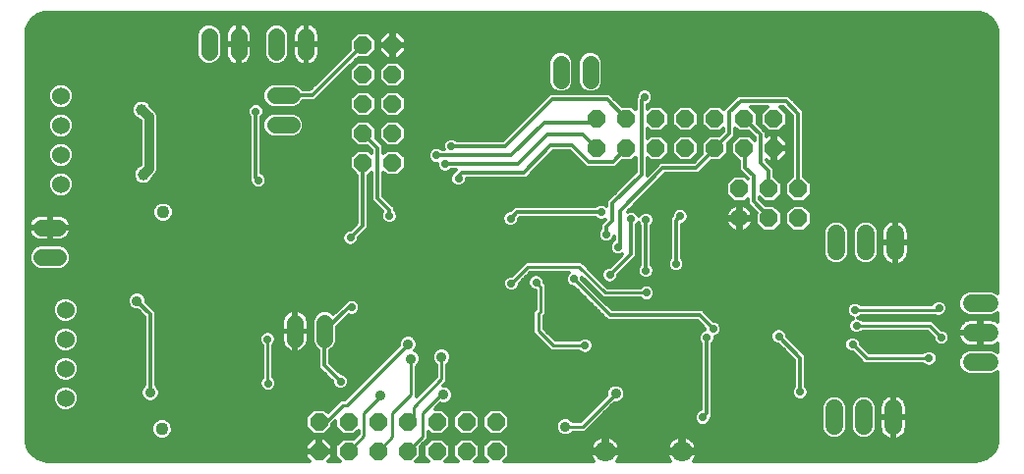
<source format=gbl>
G75*
G70*
%OFA0B0*%
%FSLAX24Y24*%
%IPPOS*%
%LPD*%
%AMOC8*
5,1,8,0,0,1.08239X$1,22.5*
%
%ADD10C,0.0600*%
%ADD11C,0.0709*%
%ADD12OC8,0.0600*%
%ADD13C,0.0318*%
%ADD14C,0.0600*%
%ADD15C,0.0560*%
%ADD16C,0.0120*%
%ADD17C,0.0278*%
%ADD18C,0.0100*%
%ADD19C,0.0357*%
%ADD20C,0.1660*%
%ADD21C,0.0436*%
%ADD22C,0.0320*%
%ADD23C,0.0396*%
D10*
X031766Y002561D02*
X031766Y003161D01*
X032766Y003161D02*
X032766Y002561D01*
X033766Y002561D02*
X033766Y003161D01*
X036419Y004731D02*
X037019Y004731D01*
X037019Y005731D02*
X036419Y005731D01*
X036419Y006731D02*
X037019Y006731D01*
X033829Y008502D02*
X033829Y009102D01*
X032829Y009102D02*
X032829Y008502D01*
X031829Y008502D02*
X031829Y009102D01*
D11*
X026597Y001695D03*
X023999Y001695D03*
D12*
X020286Y001707D03*
X019286Y001707D03*
X018286Y001707D03*
X017286Y001707D03*
X016286Y001707D03*
X015286Y001707D03*
X014286Y001707D03*
X014286Y002707D03*
X015286Y002707D03*
X016286Y002707D03*
X017286Y002707D03*
X018286Y002707D03*
X019286Y002707D03*
X020286Y002707D03*
X029550Y009621D03*
X030550Y009621D03*
X030550Y010621D03*
X029550Y010621D03*
X028550Y010621D03*
X028715Y012003D03*
X027715Y012003D03*
X026715Y012003D03*
X025715Y012003D03*
X024715Y012003D03*
X023715Y012003D03*
X023715Y013003D03*
X024715Y013003D03*
X025715Y013003D03*
X026715Y013003D03*
X027715Y013003D03*
X028715Y013003D03*
X029715Y013003D03*
X029715Y012003D03*
X016782Y011506D03*
X015782Y011506D03*
X015782Y012506D03*
X016782Y012506D03*
X016782Y013506D03*
X015782Y013506D03*
X015782Y014506D03*
X016782Y014506D03*
X016782Y015506D03*
X015782Y015506D03*
D13*
X011006Y013782D03*
X010495Y013782D03*
X009983Y013782D03*
X009983Y013270D03*
X010495Y013270D03*
X011006Y013270D03*
X011006Y012758D03*
X010495Y012758D03*
X009983Y012758D03*
X009983Y012247D03*
X010495Y012247D03*
X011006Y012247D03*
X011006Y011735D03*
X010495Y011735D03*
X009983Y011735D03*
X009983Y011223D03*
X010495Y011223D03*
X011006Y011223D03*
X011006Y010711D03*
X010495Y010711D03*
X009983Y010711D03*
X010199Y006479D03*
X010711Y006479D03*
X011223Y006479D03*
X011223Y005967D03*
X010711Y005967D03*
X010199Y005967D03*
X010199Y005455D03*
X010711Y005455D03*
X011223Y005455D03*
X011223Y004943D03*
X010711Y004943D03*
X010199Y004943D03*
X010199Y004432D03*
X010711Y004432D03*
X011223Y004432D03*
X011223Y003920D03*
X010711Y003920D03*
X010199Y003920D03*
X010199Y003408D03*
X010711Y003408D03*
X011223Y003408D03*
D14*
X005691Y003510D03*
X005691Y004510D03*
X005691Y005510D03*
X005691Y006510D03*
X005534Y010774D03*
X005534Y011774D03*
X005534Y012774D03*
X005534Y013774D03*
X028550Y009621D03*
D15*
X023495Y014309D02*
X023495Y014869D01*
X022495Y014869D02*
X022495Y014309D01*
X013849Y015254D02*
X013849Y015814D01*
X012849Y015814D02*
X012849Y015254D01*
X011566Y015254D02*
X011566Y015814D01*
X010566Y015814D02*
X010566Y015254D01*
X012793Y013790D02*
X013353Y013790D01*
X013353Y012790D02*
X012793Y012790D01*
X005440Y009302D02*
X004880Y009302D01*
X004880Y008302D02*
X005440Y008302D01*
X013479Y006070D02*
X013479Y005510D01*
X014479Y005510D02*
X014479Y006070D01*
D16*
X004363Y001995D02*
X004433Y001779D01*
X004567Y001594D01*
X004751Y001461D01*
X004967Y001390D01*
X005081Y001381D01*
X013961Y001381D01*
X013826Y001517D01*
X013826Y001667D01*
X014246Y001667D01*
X014246Y001747D01*
X013826Y001747D01*
X013826Y001898D01*
X014095Y002167D01*
X014246Y002167D01*
X014246Y001747D01*
X014326Y001747D01*
X014746Y001747D01*
X014746Y001898D01*
X014477Y002167D01*
X014326Y002167D01*
X014326Y001747D01*
X014326Y001667D01*
X014746Y001667D01*
X014746Y001517D01*
X014611Y001381D01*
X014990Y001381D01*
X014846Y001525D01*
X014846Y001889D01*
X015104Y002147D01*
X015457Y002147D01*
X015620Y002310D01*
X015511Y002310D01*
X015468Y002267D02*
X015620Y002419D01*
X015620Y002310D01*
X015468Y002267D02*
X015104Y002267D01*
X014846Y002525D01*
X014846Y002747D01*
X014726Y002627D01*
X014726Y002525D01*
X014468Y002267D01*
X014104Y002267D01*
X013846Y002525D01*
X013846Y002889D01*
X014104Y003147D01*
X014468Y003147D01*
X014589Y003027D01*
X014911Y003349D01*
X015022Y003460D01*
X015160Y003460D01*
X016987Y005287D01*
X016987Y005401D01*
X017036Y005518D01*
X017125Y005607D01*
X017242Y005656D01*
X017369Y005656D01*
X017486Y005607D01*
X017576Y005518D01*
X017624Y005401D01*
X017624Y005274D01*
X017576Y005157D01*
X017549Y005130D01*
X017584Y005115D01*
X017674Y005025D01*
X017723Y004908D01*
X017723Y004782D01*
X017674Y004665D01*
X017594Y004585D01*
X017594Y003571D01*
X018257Y004235D01*
X018257Y004644D01*
X018177Y004724D01*
X018129Y004841D01*
X018129Y004967D01*
X018177Y005084D01*
X018267Y005174D01*
X018384Y005223D01*
X018511Y005223D01*
X018628Y005174D01*
X018717Y005084D01*
X018766Y004967D01*
X018766Y004841D01*
X018717Y004724D01*
X018637Y004644D01*
X018637Y004077D01*
X018503Y003943D01*
X018570Y003943D01*
X018687Y003895D01*
X018776Y003805D01*
X018825Y003688D01*
X018825Y003561D01*
X018776Y003444D01*
X018687Y003355D01*
X018570Y003306D01*
X018443Y003306D01*
X018397Y003325D01*
X018219Y003147D01*
X018468Y003147D01*
X018726Y002889D01*
X018726Y002525D01*
X018468Y002267D01*
X018104Y002267D01*
X017988Y002383D01*
X017988Y002140D01*
X017726Y001879D01*
X017726Y001525D01*
X017582Y001381D01*
X017990Y001381D01*
X017846Y001525D01*
X017846Y001889D01*
X018104Y002147D01*
X018468Y002147D01*
X018726Y001889D01*
X018726Y001525D01*
X018582Y001381D01*
X018990Y001381D01*
X018846Y001525D01*
X018846Y001889D01*
X019104Y002147D01*
X019468Y002147D01*
X019726Y001889D01*
X019726Y001525D01*
X019582Y001381D01*
X019990Y001381D01*
X019846Y001525D01*
X019846Y001889D01*
X020104Y002147D01*
X020468Y002147D01*
X020726Y001889D01*
X020726Y001525D01*
X020582Y001381D01*
X023591Y001381D01*
X023559Y001426D01*
X023522Y001498D01*
X023497Y001575D01*
X023487Y001637D01*
X023940Y001637D01*
X023940Y001754D01*
X023487Y001754D01*
X023497Y001816D01*
X023522Y001893D01*
X023559Y001965D01*
X023606Y002030D01*
X023664Y002088D01*
X023729Y002135D01*
X023801Y002172D01*
X023878Y002197D01*
X023940Y002207D01*
X023940Y001754D01*
X024057Y001754D01*
X024057Y002207D01*
X024119Y002197D01*
X024196Y002172D01*
X024268Y002135D01*
X024334Y002088D01*
X024391Y002030D01*
X024438Y001965D01*
X024475Y001893D01*
X024500Y001816D01*
X024510Y001754D01*
X024057Y001754D01*
X024057Y001637D01*
X024510Y001637D01*
X024500Y001575D01*
X024475Y001498D01*
X024438Y001426D01*
X024406Y001381D01*
X026189Y001381D01*
X026157Y001426D01*
X026120Y001498D01*
X026095Y001575D01*
X026085Y001637D01*
X026539Y001637D01*
X026539Y001754D01*
X026539Y002207D01*
X026477Y002197D01*
X026400Y002172D01*
X026327Y002135D01*
X026262Y002088D01*
X026205Y002030D01*
X026157Y001965D01*
X026120Y001893D01*
X026095Y001816D01*
X026085Y001754D01*
X026539Y001754D01*
X026655Y001754D01*
X026655Y002207D01*
X026717Y002197D01*
X026794Y002172D01*
X026867Y002135D01*
X026932Y002088D01*
X026989Y002030D01*
X027037Y001965D01*
X027074Y001893D01*
X027099Y001816D01*
X027109Y001754D01*
X026655Y001754D01*
X026655Y001637D01*
X027109Y001637D01*
X027099Y001575D01*
X027074Y001498D01*
X027037Y001426D01*
X027005Y001381D01*
X036577Y001381D01*
X036691Y001390D01*
X036908Y001461D01*
X037092Y001594D01*
X037225Y001779D01*
X037296Y001995D01*
X037305Y002109D01*
X037305Y004394D01*
X037268Y004358D01*
X037107Y004291D01*
X036332Y004291D01*
X036170Y004358D01*
X036046Y004482D01*
X035979Y004643D01*
X035979Y004818D01*
X036046Y004980D01*
X036170Y005104D01*
X036332Y005171D01*
X037107Y005171D01*
X037268Y005104D01*
X037305Y005067D01*
X037305Y005370D01*
X037260Y005337D01*
X037196Y005305D01*
X037127Y005282D01*
X037055Y005271D01*
X036759Y005271D01*
X036759Y005691D01*
X036679Y005691D01*
X035960Y005691D01*
X035970Y005623D01*
X035993Y005554D01*
X036026Y005490D01*
X036068Y005431D01*
X036119Y005380D01*
X036178Y005337D01*
X036242Y005305D01*
X036311Y005282D01*
X036383Y005271D01*
X036679Y005271D01*
X036679Y005691D01*
X036679Y005771D01*
X036679Y006191D01*
X036383Y006191D01*
X036311Y006180D01*
X036242Y006157D01*
X036178Y006124D01*
X036119Y006082D01*
X036068Y006031D01*
X036026Y005972D01*
X035993Y005907D01*
X035970Y005839D01*
X035960Y005771D01*
X036679Y005771D01*
X036759Y005771D01*
X036759Y006191D01*
X037055Y006191D01*
X037127Y006180D01*
X037196Y006157D01*
X037260Y006124D01*
X037305Y006092D01*
X037305Y006394D01*
X037268Y006358D01*
X037107Y006291D01*
X036332Y006291D01*
X036170Y006358D01*
X036046Y006482D01*
X035979Y006643D01*
X035979Y006818D01*
X036046Y006980D01*
X036170Y007104D01*
X036332Y007171D01*
X037107Y007171D01*
X037268Y007104D01*
X037305Y007067D01*
X037305Y015888D01*
X037296Y016002D01*
X037225Y016219D01*
X037092Y016403D01*
X036908Y016536D01*
X036691Y016607D01*
X036577Y016616D01*
X005081Y016616D01*
X004967Y016607D01*
X004751Y016536D01*
X004567Y016403D01*
X004433Y016219D01*
X004363Y016002D01*
X004354Y015888D01*
X004354Y002109D01*
X004363Y001995D01*
X004376Y001954D02*
X013882Y001954D01*
X013826Y001836D02*
X004415Y001836D01*
X004478Y001717D02*
X014246Y001717D01*
X014326Y001717D02*
X014846Y001717D01*
X014846Y001599D02*
X014746Y001599D01*
X014709Y001480D02*
X014891Y001480D01*
X014846Y001836D02*
X014746Y001836D01*
X014690Y001954D02*
X014911Y001954D01*
X015029Y002073D02*
X014571Y002073D01*
X014511Y002310D02*
X015061Y002310D01*
X014943Y002428D02*
X014629Y002428D01*
X014726Y002547D02*
X014846Y002547D01*
X014846Y002665D02*
X014764Y002665D01*
X014061Y002310D02*
X009283Y002310D01*
X009263Y002260D02*
X009317Y002392D01*
X009317Y002534D01*
X009263Y002666D01*
X009162Y002766D01*
X009030Y002821D01*
X008888Y002821D01*
X008757Y002766D01*
X008656Y002666D01*
X008601Y002534D01*
X008601Y002392D01*
X008656Y002260D01*
X008757Y002160D01*
X008888Y002105D01*
X009030Y002105D01*
X009162Y002160D01*
X009263Y002260D01*
X009193Y002191D02*
X015501Y002191D01*
X014326Y002073D02*
X014246Y002073D01*
X014246Y001954D02*
X014326Y001954D01*
X014326Y001836D02*
X014246Y001836D01*
X014001Y002073D02*
X004357Y002073D01*
X004354Y002191D02*
X008725Y002191D01*
X008636Y002310D02*
X004354Y002310D01*
X004354Y002428D02*
X008601Y002428D01*
X008606Y002547D02*
X004354Y002547D01*
X004354Y002665D02*
X008656Y002665D01*
X008798Y002784D02*
X004354Y002784D01*
X004354Y002902D02*
X013859Y002902D01*
X013846Y002784D02*
X009121Y002784D01*
X009263Y002665D02*
X013846Y002665D01*
X013846Y002547D02*
X009312Y002547D01*
X009317Y002428D02*
X013943Y002428D01*
X013977Y003021D02*
X004354Y003021D01*
X004354Y003139D02*
X005441Y003139D01*
X005442Y003137D02*
X005604Y003070D01*
X005779Y003070D01*
X005941Y003137D01*
X006065Y003261D01*
X006131Y003423D01*
X006131Y003598D01*
X006065Y003760D01*
X005941Y003883D01*
X005779Y003950D01*
X005604Y003950D01*
X005442Y003883D01*
X005318Y003760D01*
X005251Y003598D01*
X005251Y003423D01*
X005318Y003261D01*
X005442Y003137D01*
X005322Y003258D02*
X004354Y003258D01*
X004354Y003376D02*
X005271Y003376D01*
X005251Y003495D02*
X004354Y003495D01*
X004354Y003613D02*
X005258Y003613D01*
X005307Y003732D02*
X004354Y003732D01*
X004354Y003850D02*
X005409Y003850D01*
X005564Y004087D02*
X004354Y004087D01*
X004354Y003969D02*
X008366Y003969D01*
X008366Y003954D02*
X008296Y003884D01*
X008247Y003767D01*
X008247Y003640D01*
X008296Y003523D01*
X008385Y003433D01*
X008502Y003385D01*
X008629Y003385D01*
X008746Y003433D01*
X008835Y003523D01*
X008884Y003640D01*
X008884Y003767D01*
X008835Y003884D01*
X008766Y003954D01*
X008766Y006278D01*
X008766Y006444D01*
X008431Y006778D01*
X008431Y006877D01*
X008383Y006994D01*
X008293Y007083D01*
X008176Y007132D01*
X008049Y007132D01*
X007932Y007083D01*
X007843Y006994D01*
X007794Y006877D01*
X007794Y006750D01*
X007843Y006633D01*
X007932Y006544D01*
X008049Y006495D01*
X008148Y006495D01*
X008366Y006278D01*
X008366Y003954D01*
X008366Y004087D02*
X005819Y004087D01*
X005779Y004070D02*
X005941Y004137D01*
X006065Y004261D01*
X006131Y004423D01*
X006131Y004598D01*
X006065Y004760D01*
X005941Y004883D01*
X005779Y004950D01*
X005604Y004950D01*
X005442Y004883D01*
X005318Y004760D01*
X005251Y004598D01*
X005251Y004423D01*
X005318Y004261D01*
X005442Y004137D01*
X005604Y004070D01*
X005779Y004070D01*
X006009Y004206D02*
X008366Y004206D01*
X008366Y004324D02*
X006091Y004324D01*
X006131Y004443D02*
X008366Y004443D01*
X008366Y004561D02*
X006131Y004561D01*
X006098Y004680D02*
X008366Y004680D01*
X008366Y004798D02*
X006026Y004798D01*
X005861Y004917D02*
X008366Y004917D01*
X008366Y005035D02*
X004354Y005035D01*
X004354Y004917D02*
X005522Y004917D01*
X005604Y005070D02*
X005779Y005070D01*
X005941Y005137D01*
X006065Y005261D01*
X006131Y005423D01*
X006131Y005598D01*
X006065Y005760D01*
X005941Y005883D01*
X005779Y005950D01*
X005604Y005950D01*
X005442Y005883D01*
X005318Y005760D01*
X005251Y005598D01*
X005251Y005423D01*
X005318Y005261D01*
X005442Y005137D01*
X005604Y005070D01*
X005426Y005154D02*
X004354Y005154D01*
X004354Y005272D02*
X005314Y005272D01*
X005265Y005391D02*
X004354Y005391D01*
X004354Y005509D02*
X005251Y005509D01*
X005264Y005628D02*
X004354Y005628D01*
X004354Y005746D02*
X005313Y005746D01*
X005423Y005865D02*
X004354Y005865D01*
X004354Y005983D02*
X008366Y005983D01*
X008366Y005865D02*
X005960Y005865D01*
X006070Y005746D02*
X008366Y005746D01*
X008366Y005628D02*
X006119Y005628D01*
X006131Y005509D02*
X008366Y005509D01*
X008366Y005391D02*
X006118Y005391D01*
X006069Y005272D02*
X008366Y005272D01*
X008366Y005154D02*
X005957Y005154D01*
X006420Y005613D02*
X006420Y004294D01*
X007109Y004294D01*
X008329Y003073D01*
X009865Y003073D01*
X010199Y003408D01*
X008873Y003613D02*
X015313Y003613D01*
X015431Y003732D02*
X008884Y003732D01*
X008849Y003850D02*
X012335Y003850D01*
X012325Y003860D02*
X012404Y003782D01*
X012506Y003739D01*
X012617Y003739D01*
X012720Y003782D01*
X012798Y003860D01*
X012841Y003963D01*
X012841Y004074D01*
X012798Y004176D01*
X012732Y004243D01*
X012732Y005310D01*
X012778Y005356D01*
X012821Y005459D01*
X012821Y005570D01*
X012778Y005672D01*
X012700Y005751D01*
X012597Y005793D01*
X012486Y005793D01*
X012384Y005751D01*
X012305Y005672D01*
X012263Y005570D01*
X012263Y005459D01*
X012305Y005356D01*
X012352Y005310D01*
X012352Y004203D01*
X012325Y004176D01*
X012283Y004074D01*
X012283Y003963D01*
X012325Y003860D01*
X012283Y003969D02*
X008766Y003969D01*
X008766Y004087D02*
X012288Y004087D01*
X012352Y004206D02*
X008766Y004206D01*
X008766Y004324D02*
X012352Y004324D01*
X012352Y004443D02*
X008766Y004443D01*
X008766Y004561D02*
X012352Y004561D01*
X012352Y004680D02*
X008766Y004680D01*
X008766Y004798D02*
X012352Y004798D01*
X012352Y004917D02*
X008766Y004917D01*
X008766Y005035D02*
X012352Y005035D01*
X012352Y005154D02*
X008766Y005154D01*
X008766Y005272D02*
X012352Y005272D01*
X012291Y005391D02*
X008766Y005391D01*
X008766Y005509D02*
X012263Y005509D01*
X012287Y005628D02*
X008766Y005628D01*
X008766Y005746D02*
X012379Y005746D01*
X012705Y005746D02*
X013039Y005746D01*
X013039Y005760D02*
X013039Y005475D01*
X013050Y005407D01*
X013071Y005341D01*
X013103Y005279D01*
X013143Y005223D01*
X013192Y005174D01*
X013248Y005134D01*
X013310Y005102D01*
X013376Y005081D01*
X013444Y005070D01*
X013449Y005070D01*
X013449Y005760D01*
X013509Y005760D01*
X013509Y005820D01*
X013919Y005820D01*
X013919Y006105D01*
X013908Y006173D01*
X013887Y006239D01*
X013855Y006301D01*
X013815Y006357D01*
X013766Y006406D01*
X013710Y006446D01*
X013648Y006478D01*
X013582Y006499D01*
X013514Y006510D01*
X013509Y006510D01*
X013509Y005820D01*
X013449Y005820D01*
X013449Y006510D01*
X013444Y006510D01*
X013376Y006499D01*
X013310Y006478D01*
X013248Y006446D01*
X013192Y006406D01*
X013143Y006357D01*
X013103Y006301D01*
X013071Y006239D01*
X013050Y006173D01*
X013039Y006105D01*
X013039Y005820D01*
X013449Y005820D01*
X013449Y005760D01*
X013039Y005760D01*
X013039Y005865D02*
X008766Y005865D01*
X008766Y005983D02*
X013039Y005983D01*
X013039Y006102D02*
X008766Y006102D01*
X008766Y006220D02*
X013065Y006220D01*
X013130Y006339D02*
X008766Y006339D01*
X008752Y006457D02*
X013270Y006457D01*
X013449Y006457D02*
X013509Y006457D01*
X013509Y006339D02*
X013449Y006339D01*
X013449Y006220D02*
X013509Y006220D01*
X013509Y006102D02*
X013449Y006102D01*
X013449Y005983D02*
X013509Y005983D01*
X013509Y005865D02*
X013449Y005865D01*
X013449Y005746D02*
X013509Y005746D01*
X013509Y005760D02*
X013509Y005070D01*
X013514Y005070D01*
X013582Y005081D01*
X013648Y005102D01*
X013710Y005134D01*
X013766Y005174D01*
X013815Y005223D01*
X013855Y005279D01*
X013887Y005341D01*
X013908Y005407D01*
X013919Y005475D01*
X013919Y005760D01*
X013509Y005760D01*
X013509Y005628D02*
X013449Y005628D01*
X013449Y005509D02*
X013509Y005509D01*
X013509Y005391D02*
X013449Y005391D01*
X013449Y005272D02*
X013509Y005272D01*
X013509Y005154D02*
X013449Y005154D01*
X013221Y005154D02*
X012732Y005154D01*
X012732Y005272D02*
X013108Y005272D01*
X013055Y005391D02*
X012793Y005391D01*
X012821Y005509D02*
X013039Y005509D01*
X013039Y005628D02*
X012797Y005628D01*
X012732Y005035D02*
X014279Y005035D01*
X014279Y005138D02*
X014279Y004538D01*
X014743Y004074D01*
X014743Y004022D01*
X014786Y003919D01*
X014864Y003841D01*
X014967Y003798D01*
X015078Y003798D01*
X015180Y003841D01*
X015259Y003919D01*
X015301Y004022D01*
X015301Y004133D01*
X015259Y004235D01*
X015180Y004314D01*
X015078Y004356D01*
X015026Y004356D01*
X014679Y004703D01*
X014679Y005138D01*
X014717Y005154D01*
X014835Y005272D01*
X014899Y005426D01*
X014899Y005927D01*
X015305Y006333D01*
X015341Y006318D01*
X015452Y006318D01*
X015554Y006360D01*
X015633Y006439D01*
X015675Y006541D01*
X015675Y006653D01*
X015633Y006755D01*
X015554Y006834D01*
X015452Y006876D01*
X015341Y006876D01*
X015238Y006834D01*
X015160Y006755D01*
X015159Y006752D01*
X014774Y006368D01*
X014717Y006426D01*
X014562Y006490D01*
X014395Y006490D01*
X014241Y006426D01*
X014123Y006308D01*
X014059Y006153D01*
X014059Y005426D01*
X014123Y005272D01*
X014241Y005154D01*
X014279Y005138D01*
X014242Y005154D02*
X013737Y005154D01*
X013850Y005272D02*
X014123Y005272D01*
X014074Y005391D02*
X013903Y005391D01*
X013919Y005509D02*
X014059Y005509D01*
X014059Y005628D02*
X013919Y005628D01*
X013919Y005746D02*
X014059Y005746D01*
X014059Y005865D02*
X013919Y005865D01*
X013919Y005983D02*
X014059Y005983D01*
X014059Y006102D02*
X013919Y006102D01*
X013893Y006220D02*
X014086Y006220D01*
X014154Y006339D02*
X013828Y006339D01*
X013688Y006457D02*
X014316Y006457D01*
X014642Y006457D02*
X014863Y006457D01*
X014982Y006576D02*
X008634Y006576D01*
X008515Y006694D02*
X015100Y006694D01*
X015217Y006813D02*
X008431Y006813D01*
X008409Y006931D02*
X021624Y006931D01*
X021624Y006813D02*
X015575Y006813D01*
X015658Y006694D02*
X021624Y006694D01*
X021624Y006576D02*
X015675Y006576D01*
X015640Y006457D02*
X021545Y006457D01*
X021545Y006459D02*
X021545Y005711D01*
X021656Y005600D01*
X022148Y005108D01*
X023105Y005108D01*
X023152Y005061D01*
X023254Y005019D01*
X023365Y005019D01*
X023468Y005061D01*
X023546Y005140D01*
X023589Y005242D01*
X023589Y005353D01*
X023546Y005456D01*
X023468Y005534D01*
X023365Y005577D01*
X023254Y005577D01*
X023152Y005534D01*
X023105Y005488D01*
X022306Y005488D01*
X021925Y005869D01*
X021925Y006302D01*
X022004Y006381D01*
X022004Y007365D01*
X021935Y007433D01*
X021935Y007499D01*
X021893Y007602D01*
X021814Y007680D01*
X021712Y007723D01*
X021601Y007723D01*
X021498Y007680D01*
X021419Y007602D01*
X021377Y007499D01*
X021377Y007388D01*
X021419Y007285D01*
X021498Y007207D01*
X021601Y007164D01*
X021624Y007164D01*
X021624Y006538D01*
X021545Y006459D01*
X021545Y006339D02*
X015502Y006339D01*
X015192Y006220D02*
X021545Y006220D01*
X021545Y006102D02*
X015073Y006102D01*
X014955Y005983D02*
X021545Y005983D01*
X021545Y005865D02*
X014899Y005865D01*
X014899Y005746D02*
X021545Y005746D01*
X021628Y005628D02*
X017437Y005628D01*
X017579Y005509D02*
X021747Y005509D01*
X021865Y005391D02*
X017624Y005391D01*
X017623Y005272D02*
X021984Y005272D01*
X022102Y005154D02*
X018648Y005154D01*
X018738Y005035D02*
X023215Y005035D01*
X023405Y005035D02*
X027243Y005035D01*
X027243Y004917D02*
X018766Y004917D01*
X018748Y004798D02*
X027243Y004798D01*
X027243Y004680D02*
X018673Y004680D01*
X018637Y004561D02*
X027243Y004561D01*
X027243Y004443D02*
X018637Y004443D01*
X018637Y004324D02*
X027243Y004324D01*
X027243Y004206D02*
X018637Y004206D01*
X018637Y004087D02*
X027243Y004087D01*
X027243Y003969D02*
X024450Y003969D01*
X024416Y003982D02*
X024290Y003982D01*
X024173Y003934D01*
X024083Y003844D01*
X024034Y003727D01*
X024034Y003614D01*
X023152Y002732D01*
X022901Y002732D01*
X022821Y002812D01*
X022704Y002860D01*
X022577Y002860D01*
X022460Y002812D01*
X022370Y002722D01*
X022322Y002605D01*
X022322Y002479D01*
X022370Y002362D01*
X022460Y002272D01*
X022577Y002223D01*
X022704Y002223D01*
X022821Y002272D01*
X022901Y002352D01*
X023152Y002352D01*
X023310Y002352D01*
X024303Y003346D01*
X024416Y003346D01*
X024533Y003394D01*
X024623Y003484D01*
X024671Y003601D01*
X024671Y003727D01*
X024623Y003844D01*
X024533Y003934D01*
X024416Y003982D01*
X024256Y003969D02*
X018529Y003969D01*
X018731Y003850D02*
X024089Y003850D01*
X024036Y003732D02*
X018807Y003732D01*
X018825Y003613D02*
X024033Y003613D01*
X023915Y003495D02*
X018797Y003495D01*
X018708Y003376D02*
X023796Y003376D01*
X023678Y003258D02*
X018329Y003258D01*
X018476Y003139D02*
X019096Y003139D01*
X019104Y003147D02*
X018846Y002889D01*
X018846Y002525D01*
X019104Y002267D01*
X019468Y002267D01*
X019726Y002525D01*
X019726Y002889D01*
X019468Y003147D01*
X019104Y003147D01*
X018977Y003021D02*
X018595Y003021D01*
X018713Y002902D02*
X018859Y002902D01*
X018846Y002784D02*
X018726Y002784D01*
X018726Y002665D02*
X018846Y002665D01*
X018846Y002547D02*
X018726Y002547D01*
X018629Y002428D02*
X018943Y002428D01*
X019061Y002310D02*
X018511Y002310D01*
X018543Y002073D02*
X019029Y002073D01*
X018911Y001954D02*
X018661Y001954D01*
X018726Y001836D02*
X018846Y001836D01*
X018846Y001717D02*
X018726Y001717D01*
X018726Y001599D02*
X018846Y001599D01*
X018891Y001480D02*
X018681Y001480D01*
X017891Y001480D02*
X017681Y001480D01*
X017726Y001599D02*
X017846Y001599D01*
X017846Y001717D02*
X017726Y001717D01*
X017726Y001836D02*
X017846Y001836D01*
X017802Y001954D02*
X017911Y001954D01*
X017920Y002073D02*
X018029Y002073D01*
X017988Y002191D02*
X023860Y002191D01*
X023940Y002191D02*
X024057Y002191D01*
X024138Y002191D02*
X026458Y002191D01*
X026539Y002191D02*
X026655Y002191D01*
X026736Y002191D02*
X031514Y002191D01*
X031517Y002188D02*
X031679Y002121D01*
X031854Y002121D01*
X032016Y002188D01*
X032139Y002312D01*
X032206Y002473D01*
X032206Y003248D01*
X032139Y003410D01*
X032016Y003534D01*
X031854Y003601D01*
X031679Y003601D01*
X031517Y003534D01*
X031393Y003410D01*
X031326Y003248D01*
X031326Y002473D01*
X031393Y002312D01*
X031517Y002188D01*
X031395Y002310D02*
X022858Y002310D01*
X022422Y002310D02*
X020511Y002310D01*
X020468Y002267D02*
X020726Y002525D01*
X020726Y002889D01*
X020468Y003147D01*
X020104Y003147D01*
X019846Y002889D01*
X019846Y002525D01*
X020104Y002267D01*
X020468Y002267D01*
X020543Y002073D02*
X023648Y002073D01*
X023553Y001954D02*
X020661Y001954D01*
X020726Y001836D02*
X023503Y001836D01*
X023940Y001836D02*
X024057Y001836D01*
X024057Y001954D02*
X023940Y001954D01*
X023940Y002073D02*
X024057Y002073D01*
X024349Y002073D02*
X026247Y002073D01*
X026152Y001954D02*
X024444Y001954D01*
X024494Y001836D02*
X026102Y001836D01*
X026539Y001836D02*
X026655Y001836D01*
X026655Y001954D02*
X026539Y001954D01*
X026539Y002073D02*
X026655Y002073D01*
X026947Y002073D02*
X037302Y002073D01*
X037305Y002191D02*
X034040Y002191D01*
X034066Y002210D02*
X034007Y002167D01*
X033943Y002134D01*
X033874Y002112D01*
X033806Y002101D01*
X033806Y002821D01*
X033726Y002821D01*
X033306Y002821D01*
X033306Y002525D01*
X033318Y002453D01*
X033340Y002384D01*
X033373Y002320D01*
X033415Y002261D01*
X033467Y002210D01*
X033525Y002167D01*
X033590Y002134D01*
X033659Y002112D01*
X033726Y002101D01*
X033726Y002821D01*
X033726Y002901D01*
X033306Y002901D01*
X033306Y003197D01*
X033318Y003269D01*
X033340Y003337D01*
X033373Y003402D01*
X033415Y003460D01*
X033467Y003512D01*
X033525Y003554D01*
X033590Y003587D01*
X033659Y003609D01*
X033726Y003620D01*
X033726Y002901D01*
X033806Y002901D01*
X033806Y003620D01*
X033874Y003609D01*
X033943Y003587D01*
X034007Y003554D01*
X034066Y003512D01*
X034117Y003460D01*
X034160Y003402D01*
X034193Y003337D01*
X034215Y003269D01*
X034226Y003197D01*
X034226Y002901D01*
X033806Y002901D01*
X033806Y002821D01*
X034226Y002821D01*
X034226Y002525D01*
X034215Y002453D01*
X034193Y002384D01*
X034160Y002320D01*
X034117Y002261D01*
X034066Y002210D01*
X034152Y002310D02*
X037305Y002310D01*
X037305Y002428D02*
X034207Y002428D01*
X034226Y002547D02*
X037305Y002547D01*
X037305Y002665D02*
X034226Y002665D01*
X034226Y002784D02*
X037305Y002784D01*
X037305Y002902D02*
X034226Y002902D01*
X034226Y003021D02*
X037305Y003021D01*
X037305Y003139D02*
X034226Y003139D01*
X034217Y003258D02*
X037305Y003258D01*
X037305Y003376D02*
X034173Y003376D01*
X034083Y003495D02*
X037305Y003495D01*
X037305Y003613D02*
X033851Y003613D01*
X033806Y003613D02*
X033726Y003613D01*
X033681Y003613D02*
X030869Y003613D01*
X030849Y003565D02*
X030892Y003667D01*
X030892Y003778D01*
X030849Y003881D01*
X030813Y003918D01*
X030813Y004802D01*
X030813Y004967D01*
X030163Y005617D01*
X030163Y005668D01*
X030121Y005771D01*
X030042Y005849D01*
X029940Y005892D01*
X029829Y005892D01*
X029726Y005849D01*
X029648Y005771D01*
X029605Y005668D01*
X029605Y005557D01*
X029648Y005455D01*
X029726Y005376D01*
X029829Y005334D01*
X029881Y005334D01*
X030413Y004802D01*
X030413Y003918D01*
X030376Y003881D01*
X030334Y003778D01*
X030334Y003667D01*
X030376Y003565D01*
X030455Y003486D01*
X030557Y003444D01*
X030668Y003444D01*
X030771Y003486D01*
X030849Y003565D01*
X030779Y003495D02*
X031478Y003495D01*
X031379Y003376D02*
X027643Y003376D01*
X027643Y003258D02*
X031330Y003258D01*
X031326Y003139D02*
X027643Y003139D01*
X027643Y003021D02*
X031326Y003021D01*
X031326Y002902D02*
X027634Y002902D01*
X027643Y002912D02*
X027643Y005359D01*
X027680Y005396D01*
X027723Y005498D01*
X027723Y005593D01*
X027818Y005632D01*
X027897Y005711D01*
X027939Y005813D01*
X027939Y005924D01*
X027897Y006027D01*
X027818Y006105D01*
X027716Y006148D01*
X027664Y006148D01*
X027290Y006521D01*
X024244Y006521D01*
X023215Y007551D01*
X023215Y007604D01*
X023920Y006899D01*
X025192Y006899D01*
X025238Y006853D01*
X025341Y006810D01*
X025452Y006810D01*
X025554Y006853D01*
X025633Y006931D01*
X036026Y006931D01*
X035979Y006813D02*
X035431Y006813D01*
X035476Y006794D02*
X035373Y006837D01*
X035262Y006837D01*
X035159Y006794D01*
X035081Y006716D01*
X035070Y006689D01*
X032668Y006689D01*
X032621Y006735D01*
X032519Y006778D01*
X032408Y006778D01*
X032305Y006735D01*
X032227Y006657D01*
X032184Y006554D01*
X032184Y006443D01*
X032227Y006341D01*
X032305Y006262D01*
X032405Y006221D01*
X032364Y006204D01*
X032286Y006125D01*
X032243Y006023D01*
X032243Y005912D01*
X032286Y005809D01*
X032364Y005731D01*
X032467Y005688D01*
X032578Y005688D01*
X032680Y005731D01*
X032727Y005777D01*
X034924Y005777D01*
X035117Y005584D01*
X035117Y005518D01*
X035160Y005415D01*
X035238Y005337D01*
X035341Y005294D01*
X035452Y005294D01*
X035554Y005337D01*
X035633Y005415D01*
X035675Y005518D01*
X035675Y005629D01*
X035633Y005731D01*
X035554Y005810D01*
X035452Y005852D01*
X035386Y005852D01*
X035193Y006046D01*
X035081Y006157D01*
X032727Y006157D01*
X032680Y006204D01*
X032580Y006245D01*
X032621Y006262D01*
X032668Y006309D01*
X035190Y006309D01*
X035262Y006279D01*
X035373Y006279D01*
X035476Y006321D01*
X035554Y006400D01*
X035597Y006502D01*
X035597Y006613D01*
X035554Y006716D01*
X035476Y006794D01*
X035563Y006694D02*
X035979Y006694D01*
X036007Y006576D02*
X035597Y006576D01*
X035578Y006457D02*
X036071Y006457D01*
X036216Y006339D02*
X035493Y006339D01*
X035137Y006102D02*
X036147Y006102D01*
X036034Y005983D02*
X035255Y005983D01*
X035374Y005865D02*
X035979Y005865D01*
X035618Y005746D02*
X036679Y005746D01*
X036679Y005628D02*
X036759Y005628D01*
X036759Y005509D02*
X036679Y005509D01*
X036679Y005391D02*
X036759Y005391D01*
X036759Y005272D02*
X036679Y005272D01*
X036375Y005272D02*
X032718Y005272D01*
X032663Y005327D02*
X032663Y005393D01*
X032621Y005495D01*
X032542Y005574D01*
X032440Y005616D01*
X032329Y005616D01*
X032226Y005574D01*
X032148Y005495D01*
X032105Y005393D01*
X032105Y005282D01*
X032148Y005179D01*
X032226Y005101D01*
X032329Y005058D01*
X032395Y005058D01*
X032778Y004675D01*
X034778Y004675D01*
X034825Y004628D01*
X034927Y004586D01*
X035038Y004586D01*
X035141Y004628D01*
X035219Y004707D01*
X035262Y004809D01*
X035262Y004920D01*
X035219Y005023D01*
X035141Y005101D01*
X035038Y005144D01*
X034927Y005144D01*
X034825Y005101D01*
X034778Y005055D01*
X032936Y005055D01*
X032663Y005327D01*
X032663Y005391D02*
X035184Y005391D01*
X035121Y005509D02*
X032607Y005509D01*
X032696Y005746D02*
X034955Y005746D01*
X035073Y005628D02*
X030163Y005628D01*
X030131Y005746D02*
X032349Y005746D01*
X032263Y005865D02*
X030006Y005865D01*
X029763Y005865D02*
X027939Y005865D01*
X027915Y005983D02*
X032243Y005983D01*
X032276Y006102D02*
X027822Y006102D01*
X027591Y006220D02*
X032404Y006220D01*
X032229Y006339D02*
X027473Y006339D01*
X027354Y006457D02*
X032184Y006457D01*
X032193Y006576D02*
X024190Y006576D01*
X024072Y006694D02*
X032264Y006694D01*
X032662Y006694D02*
X035072Y006694D01*
X035204Y006813D02*
X025458Y006813D01*
X025335Y006813D02*
X023953Y006813D01*
X023888Y006931D02*
X023835Y006931D01*
X023769Y007050D02*
X023716Y007050D01*
X023651Y007168D02*
X023598Y007168D01*
X023532Y007287D02*
X023479Y007287D01*
X023414Y007405D02*
X023361Y007405D01*
X023295Y007524D02*
X023242Y007524D01*
X023596Y007761D02*
X023879Y007761D01*
X023877Y007755D02*
X023877Y007644D01*
X023919Y007541D01*
X023998Y007463D01*
X024101Y007420D01*
X024212Y007420D01*
X024314Y007463D01*
X024393Y007541D01*
X024435Y007644D01*
X024435Y007696D01*
X025065Y008325D01*
X025065Y009394D01*
X025101Y009431D01*
X025117Y009468D01*
X025140Y009411D01*
X025177Y009375D01*
X025177Y008032D01*
X025140Y007995D01*
X025097Y007893D01*
X025097Y007782D01*
X025140Y007679D01*
X025218Y007601D01*
X025321Y007558D01*
X025432Y007558D01*
X025535Y007601D01*
X025613Y007679D01*
X025656Y007782D01*
X025656Y007893D01*
X025613Y007995D01*
X025577Y008032D01*
X025577Y009375D01*
X025613Y009411D01*
X025656Y009514D01*
X025656Y009625D01*
X025613Y009728D01*
X025535Y009806D01*
X025432Y009849D01*
X025321Y009849D01*
X025218Y009806D01*
X025140Y009728D01*
X025125Y009691D01*
X025101Y009747D01*
X025023Y009826D01*
X024920Y009868D01*
X024809Y009868D01*
X024754Y009845D01*
X026030Y011121D01*
X027152Y011121D01*
X027269Y011239D01*
X027593Y011563D01*
X027897Y011563D01*
X028155Y011820D01*
X028155Y012160D01*
X028411Y012416D01*
X028411Y012684D01*
X028533Y012563D01*
X028872Y012563D01*
X029054Y012380D01*
X029054Y012285D01*
X028897Y012443D01*
X028533Y012443D01*
X028275Y012185D01*
X028275Y011820D01*
X028533Y011563D01*
X028543Y011563D01*
X028543Y011258D01*
X028818Y010983D01*
X028818Y010974D01*
X028732Y011061D01*
X028368Y011061D01*
X028110Y010803D01*
X028110Y010438D01*
X028368Y010181D01*
X028732Y010181D01*
X028818Y010267D01*
X028818Y010117D01*
X028935Y009999D01*
X029121Y009814D01*
X029110Y009803D01*
X029110Y009438D01*
X029368Y009181D01*
X029732Y009181D01*
X029990Y009438D01*
X029990Y009803D01*
X029732Y010061D01*
X029440Y010061D01*
X029218Y010282D01*
X029218Y010330D01*
X029368Y010181D01*
X029732Y010181D01*
X029990Y010438D01*
X029990Y010803D01*
X029750Y011043D01*
X029750Y011306D01*
X029454Y011601D01*
X029454Y011613D01*
X029525Y011543D01*
X029675Y011543D01*
X029675Y011963D01*
X029755Y011963D01*
X029755Y012043D01*
X029675Y012043D01*
X029675Y012463D01*
X029525Y012463D01*
X029454Y012392D01*
X029454Y012546D01*
X029155Y012845D01*
X029155Y013185D01*
X028935Y013405D01*
X029495Y013405D01*
X029275Y013185D01*
X029275Y012820D01*
X029533Y012563D01*
X029897Y012563D01*
X030155Y012820D01*
X030155Y013185D01*
X029935Y013405D01*
X030038Y013405D01*
X030350Y013093D01*
X030350Y011043D01*
X030110Y010803D01*
X030110Y010438D01*
X030368Y010181D01*
X030732Y010181D01*
X030990Y010438D01*
X030990Y010803D01*
X030750Y011043D01*
X030750Y013259D01*
X030321Y013688D01*
X030203Y013805D01*
X028502Y013805D01*
X028128Y013431D01*
X028019Y013321D01*
X027897Y013443D01*
X027533Y013443D01*
X027275Y013185D01*
X027275Y012820D01*
X027533Y012563D01*
X027897Y012563D01*
X028011Y012676D01*
X028011Y012581D01*
X027872Y012443D01*
X027533Y012443D01*
X027275Y012185D01*
X027275Y011820D01*
X027280Y011815D01*
X026987Y011521D01*
X025865Y011521D01*
X025419Y011076D01*
X025419Y011676D01*
X025533Y011563D01*
X025897Y011563D01*
X026155Y011820D01*
X026155Y012185D01*
X025897Y012443D01*
X025533Y012443D01*
X025419Y012329D01*
X025419Y012676D01*
X025533Y012563D01*
X025897Y012563D01*
X026155Y012820D01*
X026155Y013185D01*
X025897Y013443D01*
X025533Y013443D01*
X025419Y013329D01*
X025419Y013475D01*
X025495Y013506D01*
X025574Y013585D01*
X025616Y013687D01*
X025616Y013798D01*
X025574Y013901D01*
X025495Y013979D01*
X025393Y014022D01*
X025282Y014022D01*
X025179Y013979D01*
X025101Y013901D01*
X025058Y013798D01*
X025058Y013746D01*
X025019Y013707D01*
X025019Y013321D01*
X024897Y013443D01*
X024558Y013443D01*
X024137Y013864D01*
X022124Y013864D01*
X022007Y013747D01*
X020530Y012269D01*
X018977Y012269D01*
X018940Y012306D01*
X018838Y012349D01*
X018727Y012349D01*
X018624Y012306D01*
X018545Y012228D01*
X018503Y012125D01*
X018503Y012014D01*
X018528Y011954D01*
X018465Y011954D01*
X018428Y011991D01*
X018326Y012034D01*
X018215Y012034D01*
X018112Y011991D01*
X018034Y011913D01*
X017991Y011810D01*
X017991Y011699D01*
X018034Y011596D01*
X018112Y011518D01*
X018215Y011475D01*
X018286Y011475D01*
X018286Y011404D01*
X018329Y011301D01*
X018407Y011223D01*
X018510Y011180D01*
X018621Y011180D01*
X018724Y011223D01*
X018760Y011259D01*
X018929Y011259D01*
X018883Y011213D01*
X018860Y011204D01*
X018782Y011125D01*
X018739Y011023D01*
X018739Y010912D01*
X018782Y010809D01*
X018860Y010731D01*
X018963Y010688D01*
X019074Y010688D01*
X019176Y010731D01*
X019255Y010809D01*
X019297Y010912D01*
X019297Y010984D01*
X021326Y010984D01*
X022231Y011889D01*
X022794Y011889D01*
X023228Y011455D01*
X023345Y011338D01*
X024333Y011338D01*
X024558Y011563D01*
X024897Y011563D01*
X025019Y011684D01*
X025019Y011188D01*
X024035Y010203D01*
X024035Y010046D01*
X024019Y010062D01*
X023916Y010104D01*
X023805Y010104D01*
X023703Y010062D01*
X023666Y010025D01*
X020924Y010025D01*
X020786Y009888D01*
X020734Y009888D01*
X020632Y009845D01*
X020553Y009767D01*
X020511Y009664D01*
X020511Y009553D01*
X020553Y009451D01*
X020632Y009372D01*
X020734Y009330D01*
X020845Y009330D01*
X020948Y009372D01*
X021026Y009451D01*
X021069Y009553D01*
X021069Y009605D01*
X021089Y009625D01*
X023666Y009625D01*
X023703Y009589D01*
X023805Y009546D01*
X023916Y009546D01*
X024005Y009583D01*
X023838Y009416D01*
X023838Y009272D01*
X023801Y009235D01*
X023759Y009133D01*
X023759Y009022D01*
X023801Y008919D01*
X023880Y008841D01*
X023982Y008798D01*
X024093Y008798D01*
X024196Y008841D01*
X024275Y008919D01*
X024310Y009006D01*
X024310Y008896D01*
X024274Y008881D01*
X024195Y008802D01*
X024153Y008700D01*
X024153Y008589D01*
X024195Y008486D01*
X024274Y008408D01*
X024376Y008365D01*
X024487Y008365D01*
X024576Y008402D01*
X024152Y007978D01*
X024101Y007978D01*
X023998Y007936D01*
X023919Y007857D01*
X023877Y007755D01*
X023878Y007642D02*
X023714Y007642D01*
X023833Y007524D02*
X023937Y007524D01*
X023951Y007405D02*
X037305Y007405D01*
X037305Y007287D02*
X025593Y007287D01*
X025554Y007326D02*
X025452Y007368D01*
X025341Y007368D01*
X025238Y007326D01*
X025192Y007279D01*
X024077Y007279D01*
X023303Y008054D01*
X023191Y008165D01*
X021302Y008165D01*
X020820Y007683D01*
X020754Y007683D01*
X020652Y007641D01*
X020573Y007562D01*
X020531Y007460D01*
X020531Y007349D01*
X020573Y007246D01*
X020652Y007168D01*
X020754Y007125D01*
X020865Y007125D01*
X020968Y007168D01*
X021592Y007168D01*
X021624Y007050D02*
X008327Y007050D01*
X008113Y006814D02*
X008566Y006361D01*
X008566Y003703D01*
X008807Y003495D02*
X015194Y003495D01*
X014938Y003376D02*
X006112Y003376D01*
X006131Y003495D02*
X008324Y003495D01*
X008258Y003613D02*
X006125Y003613D01*
X006076Y003732D02*
X008247Y003732D01*
X008282Y003850D02*
X005974Y003850D01*
X005374Y004206D02*
X004354Y004206D01*
X004354Y004324D02*
X005292Y004324D01*
X005251Y004443D02*
X004354Y004443D01*
X004354Y004561D02*
X005251Y004561D01*
X005285Y004680D02*
X004354Y004680D01*
X004354Y004798D02*
X005357Y004798D01*
X005604Y006070D02*
X005442Y006137D01*
X005318Y006261D01*
X005251Y006423D01*
X005251Y006598D01*
X005318Y006760D01*
X005442Y006883D01*
X005604Y006950D01*
X005779Y006950D01*
X005941Y006883D01*
X006065Y006760D01*
X006131Y006598D01*
X006131Y006423D01*
X006065Y006261D01*
X005941Y006137D01*
X005779Y006070D01*
X005604Y006070D01*
X005529Y006102D02*
X004354Y006102D01*
X004354Y006220D02*
X005360Y006220D01*
X005286Y006339D02*
X004354Y006339D01*
X004354Y006457D02*
X005251Y006457D01*
X005251Y006576D02*
X004354Y006576D01*
X004354Y006694D02*
X005291Y006694D01*
X005371Y006813D02*
X004354Y006813D01*
X004354Y006931D02*
X005557Y006931D01*
X005826Y006931D02*
X007817Y006931D01*
X007794Y006813D02*
X006012Y006813D01*
X006092Y006694D02*
X007818Y006694D01*
X007900Y006576D02*
X006131Y006576D01*
X006131Y006457D02*
X008186Y006457D01*
X008305Y006339D02*
X006097Y006339D01*
X006023Y006220D02*
X008366Y006220D01*
X008366Y006102D02*
X005854Y006102D01*
X004354Y007050D02*
X007898Y007050D01*
X005796Y008064D02*
X005678Y007946D01*
X005524Y007882D01*
X004796Y007882D01*
X004642Y007946D01*
X004524Y008064D01*
X004460Y008218D01*
X004460Y008385D01*
X004524Y008540D01*
X004642Y008658D01*
X004796Y008722D01*
X005524Y008722D01*
X005678Y008658D01*
X005796Y008540D01*
X005860Y008385D01*
X005860Y008218D01*
X005796Y008064D01*
X005818Y008116D02*
X021253Y008116D01*
X021134Y007998D02*
X005730Y007998D01*
X005860Y008235D02*
X024408Y008235D01*
X024290Y008116D02*
X023240Y008116D01*
X023359Y007998D02*
X024171Y007998D01*
X023941Y007879D02*
X023477Y007879D01*
X024156Y007699D02*
X024865Y008408D01*
X024865Y009589D01*
X025073Y009775D02*
X025188Y009775D01*
X025377Y009569D02*
X025377Y007837D01*
X025576Y007642D02*
X037305Y007642D01*
X037305Y007524D02*
X024375Y007524D01*
X024434Y007642D02*
X025177Y007642D01*
X025106Y007761D02*
X024500Y007761D01*
X024619Y007879D02*
X025097Y007879D01*
X025142Y007998D02*
X024737Y007998D01*
X024856Y008116D02*
X025177Y008116D01*
X025177Y008235D02*
X024974Y008235D01*
X025065Y008353D02*
X025177Y008353D01*
X025177Y008472D02*
X025065Y008472D01*
X025065Y008590D02*
X025177Y008590D01*
X025177Y008709D02*
X025065Y008709D01*
X025065Y008827D02*
X025177Y008827D01*
X025177Y008946D02*
X025065Y008946D01*
X025065Y009064D02*
X025177Y009064D01*
X025177Y009183D02*
X025065Y009183D01*
X025065Y009301D02*
X025177Y009301D01*
X025137Y009420D02*
X025090Y009420D01*
X025577Y009301D02*
X026200Y009301D01*
X026200Y009183D02*
X025577Y009183D01*
X025577Y009064D02*
X026200Y009064D01*
X026200Y008946D02*
X025577Y008946D01*
X025577Y008827D02*
X026200Y008827D01*
X026200Y008709D02*
X025577Y008709D01*
X025577Y008590D02*
X026200Y008590D01*
X026200Y008472D02*
X025577Y008472D01*
X025577Y008353D02*
X026200Y008353D01*
X026200Y008268D02*
X026164Y008231D01*
X026121Y008129D01*
X026121Y008018D01*
X026164Y007915D01*
X026242Y007837D01*
X026345Y007794D01*
X026456Y007794D01*
X026558Y007837D01*
X026637Y007915D01*
X026679Y008018D01*
X026679Y008129D01*
X026637Y008231D01*
X026600Y008268D01*
X026600Y009411D01*
X026696Y009451D01*
X026775Y009529D01*
X026817Y009632D01*
X026817Y009743D01*
X026775Y009846D01*
X026696Y009924D01*
X026593Y009967D01*
X026482Y009967D01*
X026380Y009924D01*
X026301Y009846D01*
X026259Y009743D01*
X026259Y009691D01*
X026200Y009633D01*
X026200Y008268D01*
X026167Y008235D02*
X025577Y008235D01*
X025577Y008116D02*
X026121Y008116D01*
X026130Y007998D02*
X025611Y007998D01*
X025656Y007879D02*
X026200Y007879D01*
X026400Y008073D02*
X026400Y009550D01*
X026538Y009688D01*
X026727Y009894D02*
X028179Y009894D01*
X028199Y009920D02*
X028156Y009862D01*
X028123Y009797D01*
X028101Y009728D01*
X028090Y009661D01*
X028510Y009661D01*
X028510Y010080D01*
X028442Y010069D01*
X028373Y010047D01*
X028309Y010014D01*
X028250Y009971D01*
X028199Y009920D01*
X028306Y010012D02*
X024921Y010012D01*
X025039Y010131D02*
X028818Y010131D01*
X028818Y010249D02*
X028800Y010249D01*
X028726Y010047D02*
X028657Y010069D01*
X028590Y010080D01*
X028590Y009661D01*
X028510Y009661D01*
X028510Y009581D01*
X028090Y009581D01*
X028101Y009513D01*
X028123Y009444D01*
X028156Y009380D01*
X028199Y009321D01*
X028250Y009270D01*
X028309Y009227D01*
X028373Y009194D01*
X028442Y009172D01*
X028510Y009161D01*
X028510Y009581D01*
X028590Y009581D01*
X028590Y009661D01*
X029009Y009661D01*
X028998Y009728D01*
X028976Y009797D01*
X028943Y009862D01*
X028901Y009920D01*
X028849Y009971D01*
X028791Y010014D01*
X028726Y010047D01*
X028794Y010012D02*
X028923Y010012D01*
X028920Y009894D02*
X029041Y009894D01*
X028983Y009775D02*
X029110Y009775D01*
X029110Y009657D02*
X028590Y009657D01*
X028550Y009621D02*
X028550Y008542D01*
X028566Y008526D01*
X028546Y008526D01*
X028569Y008526D02*
X028569Y007577D01*
X028684Y007463D01*
X028684Y007503D01*
X026671Y007998D02*
X037305Y007998D01*
X037305Y008116D02*
X034081Y008116D01*
X034070Y008108D02*
X034129Y008151D01*
X034180Y008202D01*
X034223Y008261D01*
X034256Y008325D01*
X034278Y008394D01*
X034289Y008466D01*
X034289Y008762D01*
X033869Y008762D01*
X033869Y008042D01*
X033937Y008053D01*
X034006Y008075D01*
X034070Y008108D01*
X034204Y008235D02*
X037305Y008235D01*
X037305Y008353D02*
X034265Y008353D01*
X034289Y008472D02*
X037305Y008472D01*
X037305Y008590D02*
X034289Y008590D01*
X034289Y008709D02*
X037305Y008709D01*
X037305Y008827D02*
X033869Y008827D01*
X033869Y008842D02*
X034289Y008842D01*
X034289Y009138D01*
X034278Y009209D01*
X034256Y009278D01*
X034223Y009343D01*
X034180Y009401D01*
X034129Y009453D01*
X034070Y009495D01*
X034006Y009528D01*
X033937Y009550D01*
X033869Y009561D01*
X033869Y008842D01*
X033789Y008842D01*
X033789Y008762D01*
X033369Y008762D01*
X033369Y008466D01*
X033381Y008394D01*
X033403Y008325D01*
X033436Y008261D01*
X033478Y008202D01*
X033530Y008151D01*
X033588Y008108D01*
X033653Y008075D01*
X033722Y008053D01*
X033789Y008042D01*
X033789Y008762D01*
X033869Y008762D01*
X033869Y008842D01*
X033789Y008842D02*
X033789Y009561D01*
X033722Y009550D01*
X033653Y009528D01*
X033588Y009495D01*
X033530Y009453D01*
X033478Y009401D01*
X033436Y009343D01*
X033403Y009278D01*
X033381Y009209D01*
X033369Y009138D01*
X033369Y008842D01*
X033789Y008842D01*
X033789Y008827D02*
X033269Y008827D01*
X033269Y008709D02*
X033369Y008709D01*
X033369Y008590D02*
X033269Y008590D01*
X033269Y008472D02*
X033369Y008472D01*
X033269Y008414D02*
X033269Y009189D01*
X033202Y009351D01*
X033079Y009475D01*
X032917Y009542D01*
X032742Y009542D01*
X032580Y009475D01*
X032456Y009351D01*
X032389Y009189D01*
X032389Y008414D01*
X032456Y008252D01*
X032580Y008129D01*
X032742Y008062D01*
X032917Y008062D01*
X033079Y008129D01*
X033202Y008252D01*
X033269Y008414D01*
X033244Y008353D02*
X033394Y008353D01*
X033455Y008235D02*
X033184Y008235D01*
X033048Y008116D02*
X033577Y008116D01*
X033789Y008116D02*
X033869Y008116D01*
X033869Y008235D02*
X033789Y008235D01*
X033789Y008353D02*
X033869Y008353D01*
X033869Y008472D02*
X033789Y008472D01*
X033789Y008590D02*
X033869Y008590D01*
X033869Y008709D02*
X033789Y008709D01*
X033789Y008946D02*
X033869Y008946D01*
X033869Y009064D02*
X033789Y009064D01*
X033789Y009183D02*
X033869Y009183D01*
X033869Y009301D02*
X033789Y009301D01*
X033789Y009420D02*
X033869Y009420D01*
X033869Y009538D02*
X033789Y009538D01*
X033684Y009538D02*
X032926Y009538D01*
X032733Y009538D02*
X031926Y009538D01*
X031917Y009542D02*
X031742Y009542D01*
X031580Y009475D01*
X031456Y009351D01*
X031389Y009189D01*
X031389Y008414D01*
X031456Y008252D01*
X031580Y008129D01*
X031742Y008062D01*
X031917Y008062D01*
X032079Y008129D01*
X032202Y008252D01*
X032269Y008414D01*
X032269Y009189D01*
X032202Y009351D01*
X032079Y009475D01*
X031917Y009542D01*
X031733Y009538D02*
X030990Y009538D01*
X030990Y009438D02*
X030732Y009181D01*
X030368Y009181D01*
X030110Y009438D01*
X030110Y009803D01*
X030368Y010061D01*
X030732Y010061D01*
X030990Y009803D01*
X030990Y009438D01*
X030971Y009420D02*
X031525Y009420D01*
X031436Y009301D02*
X030852Y009301D01*
X030734Y009183D02*
X031389Y009183D01*
X031389Y009064D02*
X026600Y009064D01*
X026600Y008946D02*
X031389Y008946D01*
X031389Y008827D02*
X026600Y008827D01*
X026600Y008709D02*
X031389Y008709D01*
X031389Y008590D02*
X026600Y008590D01*
X026600Y008472D02*
X031389Y008472D01*
X031415Y008353D02*
X026600Y008353D01*
X026634Y008235D02*
X031474Y008235D01*
X031611Y008116D02*
X026679Y008116D01*
X026600Y007879D02*
X037305Y007879D01*
X037305Y007761D02*
X025647Y007761D01*
X025554Y007326D02*
X025633Y007247D01*
X025675Y007145D01*
X025675Y007034D01*
X025633Y006931D01*
X025675Y007050D02*
X036116Y007050D01*
X036325Y007168D02*
X025666Y007168D01*
X025199Y007287D02*
X024070Y007287D01*
X023416Y006813D02*
X022004Y006813D01*
X022004Y006931D02*
X023297Y006931D01*
X023179Y007050D02*
X022004Y007050D01*
X022004Y007168D02*
X023060Y007168D01*
X022946Y007283D02*
X023976Y006253D01*
X023976Y006239D01*
X024093Y006121D01*
X027124Y006121D01*
X027381Y005865D01*
X027381Y005830D01*
X027285Y005790D01*
X027207Y005712D01*
X027164Y005609D01*
X027164Y005498D01*
X027207Y005396D01*
X027243Y005359D01*
X027243Y003133D01*
X027148Y003093D01*
X027069Y003015D01*
X027027Y002912D01*
X027027Y002801D01*
X027069Y002699D01*
X027148Y002620D01*
X027250Y002578D01*
X027361Y002578D01*
X027464Y002620D01*
X027542Y002699D01*
X027585Y002801D01*
X027585Y002853D01*
X027643Y002912D01*
X027577Y002784D02*
X031326Y002784D01*
X031326Y002665D02*
X027509Y002665D01*
X027306Y002857D02*
X027443Y002995D01*
X027443Y005554D01*
X027241Y005746D02*
X022047Y005746D01*
X021929Y005865D02*
X027381Y005865D01*
X027263Y005983D02*
X021925Y005983D01*
X021925Y006102D02*
X027144Y006102D01*
X027207Y006321D02*
X027660Y005869D01*
X027911Y005746D02*
X029638Y005746D01*
X029605Y005628D02*
X027807Y005628D01*
X027723Y005509D02*
X029625Y005509D01*
X029712Y005391D02*
X027675Y005391D01*
X027643Y005272D02*
X029942Y005272D01*
X030061Y005154D02*
X027643Y005154D01*
X027643Y005035D02*
X030179Y005035D01*
X030298Y004917D02*
X027643Y004917D01*
X027643Y004798D02*
X030413Y004798D01*
X030413Y004680D02*
X027643Y004680D01*
X027643Y004561D02*
X030413Y004561D01*
X030413Y004443D02*
X027643Y004443D01*
X027643Y004324D02*
X030413Y004324D01*
X030413Y004206D02*
X027643Y004206D01*
X027643Y004087D02*
X030413Y004087D01*
X030413Y003969D02*
X027643Y003969D01*
X027643Y003850D02*
X030363Y003850D01*
X030334Y003732D02*
X027643Y003732D01*
X027643Y003613D02*
X030356Y003613D01*
X030447Y003495D02*
X027643Y003495D01*
X027243Y003495D02*
X024627Y003495D01*
X024671Y003613D02*
X027243Y003613D01*
X027243Y003732D02*
X024670Y003732D01*
X024617Y003850D02*
X027243Y003850D01*
X028270Y003841D02*
X028703Y004274D01*
X029884Y005613D02*
X030613Y004884D01*
X030613Y003723D01*
X030892Y003732D02*
X037305Y003732D01*
X037305Y003850D02*
X030862Y003850D01*
X030813Y003969D02*
X037305Y003969D01*
X037305Y004087D02*
X030813Y004087D01*
X030813Y004206D02*
X037305Y004206D01*
X037305Y004324D02*
X037187Y004324D01*
X036251Y004324D02*
X030813Y004324D01*
X030813Y004443D02*
X036085Y004443D01*
X036013Y004561D02*
X030813Y004561D01*
X030813Y004680D02*
X032773Y004680D01*
X032655Y004798D02*
X030813Y004798D01*
X030813Y004917D02*
X032536Y004917D01*
X032418Y005035D02*
X030745Y005035D01*
X030626Y005154D02*
X032173Y005154D01*
X032109Y005272D02*
X030508Y005272D01*
X030389Y005391D02*
X032105Y005391D01*
X032162Y005509D02*
X030271Y005509D01*
X032641Y006220D02*
X037305Y006220D01*
X037291Y006102D02*
X037305Y006102D01*
X037305Y006339D02*
X037222Y006339D01*
X036759Y006102D02*
X036679Y006102D01*
X036679Y005983D02*
X036759Y005983D01*
X036759Y005865D02*
X036679Y005865D01*
X035970Y005628D02*
X035675Y005628D01*
X035672Y005509D02*
X036016Y005509D01*
X036109Y005391D02*
X035608Y005391D01*
X035207Y005035D02*
X036101Y005035D01*
X036020Y004917D02*
X035262Y004917D01*
X035257Y004798D02*
X035979Y004798D01*
X035979Y004680D02*
X035192Y004680D01*
X036290Y005154D02*
X032837Y005154D01*
X032854Y003601D02*
X032679Y003601D01*
X032517Y003534D01*
X032393Y003410D01*
X032326Y003248D01*
X032326Y002473D01*
X032393Y002312D01*
X032517Y002188D01*
X032679Y002121D01*
X032854Y002121D01*
X033016Y002188D01*
X033139Y002312D01*
X033206Y002473D01*
X033206Y003248D01*
X033139Y003410D01*
X033016Y003534D01*
X032854Y003601D01*
X033055Y003495D02*
X033450Y003495D01*
X033360Y003376D02*
X033153Y003376D01*
X033202Y003258D02*
X033316Y003258D01*
X033306Y003139D02*
X033206Y003139D01*
X033206Y003021D02*
X033306Y003021D01*
X033306Y002902D02*
X033206Y002902D01*
X033206Y002784D02*
X033306Y002784D01*
X033306Y002665D02*
X033206Y002665D01*
X033206Y002547D02*
X033306Y002547D01*
X033326Y002428D02*
X033188Y002428D01*
X033137Y002310D02*
X033380Y002310D01*
X033493Y002191D02*
X033019Y002191D01*
X032514Y002191D02*
X032019Y002191D01*
X032137Y002310D02*
X032395Y002310D01*
X032345Y002428D02*
X032188Y002428D01*
X032206Y002547D02*
X032326Y002547D01*
X032326Y002665D02*
X032206Y002665D01*
X032206Y002784D02*
X032326Y002784D01*
X032326Y002902D02*
X032206Y002902D01*
X032206Y003021D02*
X032326Y003021D01*
X032326Y003139D02*
X032206Y003139D01*
X032202Y003258D02*
X032330Y003258D01*
X032379Y003376D02*
X032153Y003376D01*
X032055Y003495D02*
X032478Y003495D01*
X033726Y003495D02*
X033806Y003495D01*
X033806Y003376D02*
X033726Y003376D01*
X033726Y003258D02*
X033806Y003258D01*
X033806Y003139D02*
X033726Y003139D01*
X033726Y003021D02*
X033806Y003021D01*
X033806Y002902D02*
X033726Y002902D01*
X033726Y002784D02*
X033806Y002784D01*
X033806Y002665D02*
X033726Y002665D01*
X033726Y002547D02*
X033806Y002547D01*
X033806Y002428D02*
X033726Y002428D01*
X033726Y002310D02*
X033806Y002310D01*
X033806Y002191D02*
X033726Y002191D01*
X031345Y002428D02*
X023386Y002428D01*
X023504Y002547D02*
X031326Y002547D01*
X027243Y003139D02*
X024097Y003139D01*
X024215Y003258D02*
X027243Y003258D01*
X027243Y003376D02*
X024490Y003376D01*
X023978Y003021D02*
X027075Y003021D01*
X027027Y002902D02*
X023860Y002902D01*
X023741Y002784D02*
X027034Y002784D01*
X027103Y002665D02*
X023623Y002665D01*
X023322Y002902D02*
X020713Y002902D01*
X020726Y002784D02*
X022432Y002784D01*
X022347Y002665D02*
X020726Y002665D01*
X020726Y002547D02*
X022322Y002547D01*
X022343Y002428D02*
X020629Y002428D01*
X020061Y002310D02*
X019511Y002310D01*
X019629Y002428D02*
X019943Y002428D01*
X019846Y002547D02*
X019726Y002547D01*
X019726Y002665D02*
X019846Y002665D01*
X019846Y002784D02*
X019726Y002784D01*
X019713Y002902D02*
X019859Y002902D01*
X019977Y003021D02*
X019595Y003021D01*
X019476Y003139D02*
X020096Y003139D01*
X020476Y003139D02*
X023559Y003139D01*
X023441Y003021D02*
X020595Y003021D01*
X022849Y002784D02*
X023204Y002784D01*
X023940Y001717D02*
X020726Y001717D01*
X020726Y001599D02*
X023493Y001599D01*
X023531Y001480D02*
X020681Y001480D01*
X019891Y001480D02*
X019681Y001480D01*
X019726Y001599D02*
X019846Y001599D01*
X019846Y001717D02*
X019726Y001717D01*
X019726Y001836D02*
X019846Y001836D01*
X019911Y001954D02*
X019661Y001954D01*
X019543Y002073D02*
X020029Y002073D01*
X018061Y002310D02*
X017988Y002310D01*
X017636Y003613D02*
X017594Y003613D01*
X017594Y003732D02*
X017754Y003732D01*
X017873Y003850D02*
X017594Y003850D01*
X017594Y003969D02*
X017991Y003969D01*
X018110Y004087D02*
X017594Y004087D01*
X017594Y004206D02*
X018228Y004206D01*
X018257Y004324D02*
X017594Y004324D01*
X017594Y004443D02*
X018257Y004443D01*
X018257Y004561D02*
X017594Y004561D01*
X017680Y004680D02*
X018222Y004680D01*
X018147Y004798D02*
X017723Y004798D01*
X017719Y004917D02*
X018129Y004917D01*
X018157Y005035D02*
X017664Y005035D01*
X017572Y005154D02*
X018247Y005154D01*
X017175Y005628D02*
X014899Y005628D01*
X014899Y005509D02*
X017032Y005509D01*
X016987Y005391D02*
X014884Y005391D01*
X014835Y005272D02*
X016972Y005272D01*
X016853Y005154D02*
X014716Y005154D01*
X014679Y005035D02*
X016735Y005035D01*
X016616Y004917D02*
X014679Y004917D01*
X014679Y004798D02*
X016498Y004798D01*
X016379Y004680D02*
X014703Y004680D01*
X014821Y004561D02*
X016261Y004561D01*
X016142Y004443D02*
X014940Y004443D01*
X015156Y004324D02*
X016024Y004324D01*
X015905Y004206D02*
X015271Y004206D01*
X015301Y004087D02*
X015787Y004087D01*
X015668Y003969D02*
X015279Y003969D01*
X015190Y003850D02*
X015550Y003850D01*
X015022Y004077D02*
X014479Y004621D01*
X014479Y005790D01*
X015286Y006597D01*
X015396Y006597D01*
X014279Y004917D02*
X012732Y004917D01*
X012732Y004798D02*
X014279Y004798D01*
X014279Y004680D02*
X012732Y004680D01*
X012732Y004561D02*
X014279Y004561D01*
X014374Y004443D02*
X012732Y004443D01*
X012732Y004324D02*
X014493Y004324D01*
X014611Y004206D02*
X012769Y004206D01*
X012835Y004087D02*
X014730Y004087D01*
X014765Y003969D02*
X012841Y003969D01*
X012788Y003850D02*
X014855Y003850D01*
X014820Y003258D02*
X006061Y003258D01*
X005942Y003139D02*
X014096Y003139D01*
X014476Y003139D02*
X014701Y003139D01*
X013826Y001599D02*
X004564Y001599D01*
X004724Y001480D02*
X013863Y001480D01*
X023552Y005154D02*
X027243Y005154D01*
X027243Y005272D02*
X023589Y005272D01*
X023573Y005391D02*
X027212Y005391D01*
X027164Y005509D02*
X023493Y005509D01*
X023126Y005509D02*
X022284Y005509D01*
X022166Y005628D02*
X027172Y005628D01*
X027207Y006321D02*
X024176Y006321D01*
X023994Y006220D02*
X021925Y006220D01*
X021962Y006339D02*
X023890Y006339D01*
X023771Y006457D02*
X022004Y006457D01*
X022004Y006576D02*
X023653Y006576D01*
X023534Y006694D02*
X022004Y006694D01*
X022004Y007287D02*
X022870Y007287D01*
X022880Y007283D02*
X022946Y007283D01*
X022880Y007283D02*
X022778Y007325D01*
X022699Y007404D01*
X022657Y007506D01*
X022657Y007617D01*
X022699Y007720D01*
X022764Y007785D01*
X021459Y007785D01*
X021089Y007414D01*
X021089Y007349D01*
X021046Y007246D01*
X020968Y007168D01*
X021063Y007287D02*
X021419Y007287D01*
X021377Y007405D02*
X021089Y007405D01*
X021198Y007524D02*
X021387Y007524D01*
X021316Y007642D02*
X021460Y007642D01*
X021435Y007761D02*
X022740Y007761D01*
X022667Y007642D02*
X021852Y007642D01*
X021925Y007524D02*
X022657Y007524D01*
X022698Y007405D02*
X021963Y007405D01*
X021016Y007879D02*
X004354Y007879D01*
X004354Y007761D02*
X020897Y007761D01*
X020655Y007642D02*
X004354Y007642D01*
X004354Y007524D02*
X020557Y007524D01*
X020531Y007405D02*
X004354Y007405D01*
X004354Y007287D02*
X020556Y007287D01*
X020651Y007168D02*
X004354Y007168D01*
X004354Y007998D02*
X004590Y007998D01*
X004502Y008116D02*
X004354Y008116D01*
X004354Y008235D02*
X004460Y008235D01*
X004460Y008353D02*
X004354Y008353D01*
X004354Y008472D02*
X004496Y008472D01*
X004574Y008590D02*
X004354Y008590D01*
X004354Y008709D02*
X004765Y008709D01*
X004777Y008873D02*
X004845Y008862D01*
X005130Y008862D01*
X005130Y009272D01*
X004440Y009272D01*
X004440Y009267D01*
X004451Y009199D01*
X004472Y009133D01*
X004504Y009071D01*
X004544Y009015D01*
X004593Y008966D01*
X004649Y008925D01*
X004711Y008894D01*
X004777Y008873D01*
X004622Y008946D02*
X004354Y008946D01*
X004354Y009064D02*
X004509Y009064D01*
X004456Y009183D02*
X004354Y009183D01*
X004354Y009301D02*
X005130Y009301D01*
X005130Y009272D02*
X005130Y009332D01*
X005130Y009742D01*
X004845Y009742D01*
X004777Y009731D01*
X004711Y009709D01*
X004649Y009678D01*
X004593Y009637D01*
X004544Y009588D01*
X004504Y009532D01*
X004472Y009471D01*
X004451Y009405D01*
X004440Y009336D01*
X004440Y009332D01*
X005130Y009332D01*
X005190Y009332D01*
X005190Y009742D01*
X005475Y009742D01*
X005543Y009731D01*
X005609Y009709D01*
X005671Y009678D01*
X005727Y009637D01*
X005776Y009588D01*
X005816Y009532D01*
X005848Y009471D01*
X005869Y009405D01*
X005880Y009336D01*
X005880Y009332D01*
X005190Y009332D01*
X005190Y009272D01*
X005880Y009272D01*
X005880Y009267D01*
X005869Y009199D01*
X005848Y009133D01*
X005816Y009071D01*
X005776Y009015D01*
X005727Y008966D01*
X005671Y008925D01*
X005609Y008894D01*
X005543Y008873D01*
X005475Y008862D01*
X005190Y008862D01*
X005190Y009272D01*
X005130Y009272D01*
X005190Y009301D02*
X015416Y009301D01*
X015353Y009238D02*
X015301Y009238D01*
X015199Y009196D01*
X015120Y009117D01*
X015078Y009015D01*
X015078Y008904D01*
X015120Y008801D01*
X015199Y008723D01*
X015301Y008680D01*
X015412Y008680D01*
X015515Y008723D01*
X015593Y008801D01*
X015636Y008904D01*
X015636Y008955D01*
X015982Y009302D01*
X015982Y011084D01*
X016082Y011184D01*
X016082Y010215D01*
X016199Y010098D01*
X016437Y009860D01*
X016397Y009763D01*
X016397Y009652D01*
X016439Y009549D01*
X016518Y009471D01*
X016620Y009428D01*
X016731Y009428D01*
X016834Y009471D01*
X016912Y009549D01*
X016955Y009652D01*
X016955Y009763D01*
X016912Y009865D01*
X016876Y009902D01*
X016876Y009987D01*
X016482Y010381D01*
X016482Y011184D01*
X016600Y011066D01*
X016964Y011066D01*
X017222Y011324D01*
X017222Y011689D01*
X016964Y011946D01*
X016600Y011946D01*
X016482Y011829D01*
X016482Y012089D01*
X016222Y012349D01*
X016222Y012689D01*
X015964Y012946D01*
X015600Y012946D01*
X015342Y012689D01*
X015342Y012324D01*
X015600Y012066D01*
X015939Y012066D01*
X016082Y011924D01*
X016082Y011829D01*
X015964Y011946D01*
X015600Y011946D01*
X015342Y011689D01*
X015342Y011324D01*
X015582Y011084D01*
X015582Y009467D01*
X015353Y009238D01*
X015186Y009183D02*
X005864Y009183D01*
X005811Y009064D02*
X015098Y009064D01*
X015078Y008946D02*
X005698Y008946D01*
X005555Y008709D02*
X015233Y008709D01*
X015110Y008827D02*
X004354Y008827D01*
X005130Y008946D02*
X005190Y008946D01*
X005190Y009064D02*
X005130Y009064D01*
X005130Y009183D02*
X005190Y009183D01*
X005190Y009420D02*
X005130Y009420D01*
X005130Y009538D02*
X005190Y009538D01*
X005190Y009657D02*
X005130Y009657D01*
X004620Y009657D02*
X004354Y009657D01*
X004354Y009775D02*
X008641Y009775D01*
X008641Y009754D02*
X008695Y009623D01*
X008796Y009522D01*
X008927Y009468D01*
X009070Y009468D01*
X009201Y009522D01*
X009302Y009623D01*
X009356Y009754D01*
X009356Y009897D01*
X009302Y010028D01*
X009201Y010129D01*
X009070Y010183D01*
X008927Y010183D01*
X008796Y010129D01*
X008695Y010028D01*
X008641Y009897D01*
X008641Y009754D01*
X008681Y009657D02*
X005700Y009657D01*
X005812Y009538D02*
X008780Y009538D01*
X009217Y009538D02*
X015582Y009538D01*
X015582Y009657D02*
X009316Y009657D01*
X009356Y009775D02*
X015582Y009775D01*
X015582Y009894D02*
X009356Y009894D01*
X009309Y010012D02*
X015582Y010012D01*
X015582Y010131D02*
X009197Y010131D01*
X008801Y010131D02*
X004354Y010131D01*
X004354Y010249D02*
X015582Y010249D01*
X015582Y010368D02*
X005702Y010368D01*
X005622Y010334D02*
X005783Y010401D01*
X005907Y010525D01*
X005974Y010687D01*
X005974Y010862D01*
X005907Y011023D01*
X005783Y011147D01*
X005622Y011214D01*
X005446Y011214D01*
X005285Y011147D01*
X005161Y011023D01*
X005094Y010862D01*
X005094Y010687D01*
X005161Y010525D01*
X005285Y010401D01*
X005446Y010334D01*
X005622Y010334D01*
X005366Y010368D02*
X004354Y010368D01*
X004354Y010486D02*
X005200Y010486D01*
X005128Y010605D02*
X004354Y010605D01*
X004354Y010723D02*
X005094Y010723D01*
X005094Y010842D02*
X004354Y010842D01*
X004354Y010960D02*
X005135Y010960D01*
X005216Y011079D02*
X004354Y011079D01*
X004354Y011197D02*
X005405Y011197D01*
X005446Y011334D02*
X005622Y011334D01*
X005783Y011401D01*
X005907Y011525D01*
X005974Y011687D01*
X005974Y011862D01*
X005907Y012023D01*
X005783Y012147D01*
X005622Y012214D01*
X005446Y012214D01*
X005285Y012147D01*
X005161Y012023D01*
X005094Y011862D01*
X005094Y011687D01*
X005161Y011525D01*
X005285Y011401D01*
X005446Y011334D01*
X005252Y011434D02*
X004354Y011434D01*
X004354Y011316D02*
X008062Y011316D01*
X008043Y011296D02*
X007991Y011172D01*
X007991Y011038D01*
X008043Y010913D01*
X008138Y010818D01*
X008262Y010767D01*
X008397Y010767D01*
X008521Y010818D01*
X008616Y010913D01*
X008654Y011005D01*
X008780Y011132D01*
X008826Y011242D01*
X008826Y013113D01*
X008780Y013224D01*
X008696Y013308D01*
X008595Y013409D01*
X008557Y013501D01*
X008462Y013596D01*
X008337Y013648D01*
X008203Y013648D01*
X008079Y013596D01*
X007984Y013501D01*
X007932Y013377D01*
X007932Y013242D01*
X007984Y013118D01*
X008079Y013023D01*
X008171Y012985D01*
X008226Y012929D01*
X008226Y011428D01*
X008138Y011392D01*
X008043Y011296D01*
X008002Y011197D02*
X005663Y011197D01*
X005852Y011079D02*
X007991Y011079D01*
X008023Y010960D02*
X005933Y010960D01*
X005974Y010842D02*
X008114Y010842D01*
X008544Y010842D02*
X011952Y010842D01*
X011948Y010853D02*
X011990Y010750D01*
X012069Y010671D01*
X012171Y010629D01*
X012282Y010629D01*
X012385Y010671D01*
X012463Y010750D01*
X012506Y010853D01*
X012506Y010964D01*
X012463Y011066D01*
X012385Y011145D01*
X012348Y011160D01*
X012348Y013056D01*
X012385Y013092D01*
X012427Y013195D01*
X012427Y013306D01*
X012385Y013409D01*
X012306Y013487D01*
X012204Y013530D01*
X012093Y013530D01*
X011990Y013487D01*
X011912Y013409D01*
X011869Y013306D01*
X011869Y013195D01*
X011912Y013092D01*
X011948Y013056D01*
X011948Y011070D01*
X011948Y010964D01*
X011948Y010964D01*
X011948Y010853D01*
X011948Y010960D02*
X008635Y010960D01*
X008727Y011079D02*
X011948Y011079D01*
X011948Y011197D02*
X008808Y011197D01*
X008826Y011316D02*
X011948Y011316D01*
X011948Y011434D02*
X008826Y011434D01*
X008826Y011553D02*
X011948Y011553D01*
X011948Y011671D02*
X008826Y011671D01*
X008826Y011790D02*
X011948Y011790D01*
X011948Y011908D02*
X008826Y011908D01*
X008826Y012027D02*
X011948Y012027D01*
X011948Y012145D02*
X008826Y012145D01*
X008826Y012264D02*
X011948Y012264D01*
X011948Y012382D02*
X008826Y012382D01*
X008826Y012501D02*
X011948Y012501D01*
X011948Y012619D02*
X008826Y012619D01*
X008826Y012738D02*
X011948Y012738D01*
X011948Y012856D02*
X008826Y012856D01*
X008826Y012975D02*
X011948Y012975D01*
X011911Y013093D02*
X008826Y013093D01*
X008785Y013212D02*
X011869Y013212D01*
X011879Y013330D02*
X008674Y013330D01*
X008579Y013449D02*
X011952Y013449D01*
X012148Y013251D02*
X012148Y010987D01*
X012227Y010908D01*
X012437Y010723D02*
X015582Y010723D01*
X015582Y010605D02*
X005940Y010605D01*
X005974Y010723D02*
X012017Y010723D01*
X012501Y010842D02*
X015582Y010842D01*
X015582Y010960D02*
X012506Y010960D01*
X012451Y011079D02*
X015582Y011079D01*
X015469Y011197D02*
X012348Y011197D01*
X012348Y011316D02*
X015351Y011316D01*
X015342Y011434D02*
X012348Y011434D01*
X012348Y011553D02*
X015342Y011553D01*
X015342Y011671D02*
X012348Y011671D01*
X012348Y011790D02*
X015443Y011790D01*
X015561Y011908D02*
X012348Y011908D01*
X012348Y012027D02*
X015979Y012027D01*
X016003Y011908D02*
X016082Y011908D01*
X016282Y012006D02*
X015782Y012506D01*
X015342Y012501D02*
X013658Y012501D01*
X013709Y012552D02*
X013773Y012706D01*
X013773Y012873D01*
X013709Y013028D01*
X013591Y013146D01*
X013437Y013210D01*
X012710Y013210D01*
X012555Y013146D01*
X012437Y013028D01*
X012373Y012873D01*
X012373Y012706D01*
X012437Y012552D01*
X012555Y012434D01*
X012710Y012370D01*
X013437Y012370D01*
X013591Y012434D01*
X013709Y012552D01*
X013737Y012619D02*
X015342Y012619D01*
X015391Y012738D02*
X013773Y012738D01*
X013773Y012856D02*
X015509Y012856D01*
X015600Y013066D02*
X015964Y013066D01*
X016222Y013324D01*
X016222Y013689D01*
X015964Y013946D01*
X015600Y013946D01*
X015342Y013689D01*
X015342Y013324D01*
X015600Y013066D01*
X015573Y013093D02*
X013644Y013093D01*
X013731Y012975D02*
X021235Y012975D01*
X021354Y013093D02*
X016991Y013093D01*
X016964Y013066D02*
X017222Y013324D01*
X017222Y013689D01*
X016964Y013946D01*
X016600Y013946D01*
X016342Y013689D01*
X016342Y013324D01*
X016600Y013066D01*
X016964Y013066D01*
X016964Y012946D02*
X016600Y012946D01*
X016342Y012689D01*
X016342Y012324D01*
X016600Y012066D01*
X016964Y012066D01*
X017222Y012324D01*
X017222Y012689D01*
X016964Y012946D01*
X017055Y012856D02*
X021117Y012856D01*
X020998Y012738D02*
X017173Y012738D01*
X017222Y012619D02*
X020880Y012619D01*
X020761Y012501D02*
X017222Y012501D01*
X017222Y012382D02*
X020643Y012382D01*
X020613Y012069D02*
X022207Y013664D01*
X024054Y013664D01*
X024715Y013003D01*
X025010Y013330D02*
X025019Y013330D01*
X025019Y013449D02*
X024552Y013449D01*
X024433Y013567D02*
X025019Y013567D01*
X025019Y013686D02*
X024315Y013686D01*
X024196Y013804D02*
X025061Y013804D01*
X025122Y013923D02*
X023659Y013923D01*
X023733Y013953D02*
X023851Y014071D01*
X023915Y014226D01*
X023915Y014953D01*
X023851Y015107D01*
X023733Y015225D01*
X023578Y015289D01*
X023411Y015289D01*
X023257Y015225D01*
X023139Y015107D01*
X023075Y014953D01*
X023075Y014226D01*
X023139Y014071D01*
X023257Y013953D01*
X023411Y013889D01*
X023578Y013889D01*
X023733Y013953D01*
X023821Y014041D02*
X037305Y014041D01*
X037305Y013923D02*
X025552Y013923D01*
X025614Y013804D02*
X028502Y013804D01*
X028383Y013686D02*
X025616Y013686D01*
X025556Y013567D02*
X028265Y013567D01*
X028146Y013449D02*
X025419Y013449D01*
X025419Y013330D02*
X025420Y013330D01*
X026010Y013330D02*
X026420Y013330D01*
X026533Y013443D02*
X026275Y013185D01*
X026275Y012820D01*
X026533Y012563D01*
X026897Y012563D01*
X027155Y012820D01*
X027155Y013185D01*
X026897Y013443D01*
X026533Y013443D01*
X026302Y013212D02*
X026128Y013212D01*
X026155Y013093D02*
X026275Y013093D01*
X026275Y012975D02*
X026155Y012975D01*
X026155Y012856D02*
X026275Y012856D01*
X026358Y012738D02*
X026072Y012738D01*
X025954Y012619D02*
X026476Y012619D01*
X026533Y012443D02*
X026275Y012185D01*
X026275Y011820D01*
X026533Y011563D01*
X026897Y011563D01*
X027155Y011820D01*
X027155Y012185D01*
X026897Y012443D01*
X026533Y012443D01*
X026472Y012382D02*
X025958Y012382D01*
X026076Y012264D02*
X026354Y012264D01*
X026275Y012145D02*
X026155Y012145D01*
X026155Y012027D02*
X026275Y012027D01*
X026275Y011908D02*
X026155Y011908D01*
X026124Y011790D02*
X026306Y011790D01*
X026424Y011671D02*
X026006Y011671D01*
X025777Y011434D02*
X025419Y011434D01*
X025419Y011316D02*
X025659Y011316D01*
X025540Y011197D02*
X025419Y011197D01*
X025419Y011079D02*
X025422Y011079D01*
X025219Y011105D02*
X025219Y013625D01*
X025337Y013743D01*
X023887Y014160D02*
X037305Y014160D01*
X037305Y014278D02*
X023915Y014278D01*
X023915Y014397D02*
X037305Y014397D01*
X037305Y014515D02*
X023915Y014515D01*
X023915Y014634D02*
X037305Y014634D01*
X037305Y014752D02*
X023915Y014752D01*
X023915Y014871D02*
X037305Y014871D01*
X037305Y014989D02*
X023900Y014989D01*
X023850Y015108D02*
X037305Y015108D01*
X037305Y015226D02*
X023730Y015226D01*
X023259Y015226D02*
X022730Y015226D01*
X022733Y015225D02*
X022578Y015289D01*
X022411Y015289D01*
X022257Y015225D01*
X022139Y015107D01*
X022075Y014953D01*
X022075Y014226D01*
X022139Y014071D01*
X022257Y013953D01*
X022411Y013889D01*
X022578Y013889D01*
X022733Y013953D01*
X022851Y014071D01*
X022915Y014226D01*
X022915Y014953D01*
X022851Y015107D01*
X022733Y015225D01*
X022850Y015108D02*
X023139Y015108D01*
X023090Y014989D02*
X022900Y014989D01*
X022915Y014871D02*
X023075Y014871D01*
X023075Y014752D02*
X022915Y014752D01*
X022915Y014634D02*
X023075Y014634D01*
X023075Y014515D02*
X022915Y014515D01*
X022915Y014397D02*
X023075Y014397D01*
X023075Y014278D02*
X022915Y014278D01*
X022887Y014160D02*
X023102Y014160D01*
X023169Y014041D02*
X022821Y014041D01*
X022659Y013923D02*
X023330Y013923D01*
X022330Y013923D02*
X016988Y013923D01*
X016964Y014066D02*
X017222Y014324D01*
X017222Y014689D01*
X016964Y014946D01*
X016600Y014946D01*
X016342Y014689D01*
X016342Y014324D01*
X016600Y014066D01*
X016964Y014066D01*
X017057Y014160D02*
X022102Y014160D01*
X022075Y014278D02*
X017176Y014278D01*
X017222Y014397D02*
X022075Y014397D01*
X022075Y014515D02*
X017222Y014515D01*
X017222Y014634D02*
X022075Y014634D01*
X022075Y014752D02*
X017159Y014752D01*
X017040Y014871D02*
X022075Y014871D01*
X022090Y014989D02*
X015548Y014989D01*
X015600Y014946D02*
X015342Y014689D01*
X015342Y014324D01*
X015600Y014066D01*
X015964Y014066D01*
X016222Y014324D01*
X016222Y014689D01*
X015964Y014946D01*
X015600Y014946D01*
X015524Y014871D02*
X015429Y014871D01*
X015405Y014752D02*
X015311Y014752D01*
X015342Y014634D02*
X015192Y014634D01*
X015074Y014515D02*
X015342Y014515D01*
X015342Y014397D02*
X014955Y014397D01*
X014837Y014278D02*
X015388Y014278D01*
X015507Y014160D02*
X014718Y014160D01*
X014600Y014041D02*
X022169Y014041D01*
X022065Y013804D02*
X017107Y013804D01*
X017222Y013686D02*
X021946Y013686D01*
X021828Y013567D02*
X017222Y013567D01*
X017222Y013449D02*
X021709Y013449D01*
X021591Y013330D02*
X017222Y013330D01*
X017109Y013212D02*
X021472Y013212D01*
X021932Y012877D02*
X023589Y012877D01*
X023715Y013003D01*
X023235Y012483D02*
X022050Y012483D01*
X021026Y011459D01*
X018566Y011459D01*
X018662Y011197D02*
X018854Y011197D01*
X018762Y011079D02*
X016976Y011079D01*
X017095Y011197D02*
X018469Y011197D01*
X018323Y011316D02*
X017213Y011316D01*
X017222Y011434D02*
X018286Y011434D01*
X018077Y011553D02*
X017222Y011553D01*
X017222Y011671D02*
X018003Y011671D01*
X017991Y011790D02*
X017121Y011790D01*
X017003Y011908D02*
X018032Y011908D01*
X018198Y012027D02*
X016482Y012027D01*
X016482Y011908D02*
X016561Y011908D01*
X016521Y012145D02*
X016426Y012145D01*
X016403Y012264D02*
X016308Y012264D01*
X016342Y012382D02*
X016222Y012382D01*
X016222Y012501D02*
X016342Y012501D01*
X016342Y012619D02*
X016222Y012619D01*
X016173Y012738D02*
X016391Y012738D01*
X016509Y012856D02*
X016055Y012856D01*
X015991Y013093D02*
X016573Y013093D01*
X016455Y013212D02*
X016109Y013212D01*
X016222Y013330D02*
X016342Y013330D01*
X016342Y013449D02*
X016222Y013449D01*
X016222Y013567D02*
X016342Y013567D01*
X016342Y013686D02*
X016222Y013686D01*
X016107Y013804D02*
X016457Y013804D01*
X016576Y013923D02*
X015988Y013923D01*
X016057Y014160D02*
X016507Y014160D01*
X016388Y014278D02*
X016176Y014278D01*
X016222Y014397D02*
X016342Y014397D01*
X016342Y014515D02*
X016222Y014515D01*
X016222Y014634D02*
X016342Y014634D01*
X016405Y014752D02*
X016159Y014752D01*
X016040Y014871D02*
X016524Y014871D01*
X016592Y015046D02*
X016322Y015316D01*
X016322Y015466D01*
X016742Y015466D01*
X016822Y015466D01*
X016822Y015046D01*
X016973Y015046D01*
X017242Y015316D01*
X017242Y015466D01*
X016822Y015466D01*
X016822Y015546D01*
X017242Y015546D01*
X017242Y015697D01*
X016973Y015966D01*
X016822Y015966D01*
X016822Y015546D01*
X016742Y015546D01*
X016742Y015466D01*
X016742Y015046D01*
X016592Y015046D01*
X016530Y015108D02*
X016005Y015108D01*
X015964Y015066D02*
X016222Y015324D01*
X016222Y015689D01*
X015964Y015946D01*
X015600Y015946D01*
X015342Y015689D01*
X015342Y015349D01*
X013983Y013990D01*
X013725Y013990D01*
X013709Y014028D01*
X013591Y014146D01*
X013437Y014210D01*
X012710Y014210D01*
X012555Y014146D01*
X012437Y014028D01*
X012373Y013873D01*
X012373Y013706D01*
X012437Y013552D01*
X012555Y013434D01*
X012710Y013370D01*
X013437Y013370D01*
X013591Y013434D01*
X013709Y013552D01*
X013725Y013590D01*
X014148Y013590D01*
X015625Y015066D01*
X015964Y015066D01*
X016124Y015226D02*
X016412Y015226D01*
X016322Y015345D02*
X016222Y015345D01*
X016222Y015463D02*
X016322Y015463D01*
X016322Y015546D02*
X016742Y015546D01*
X016742Y015966D01*
X016592Y015966D01*
X016322Y015697D01*
X016322Y015546D01*
X016322Y015582D02*
X016222Y015582D01*
X016211Y015700D02*
X016325Y015700D01*
X016444Y015819D02*
X016092Y015819D01*
X015974Y015937D02*
X016562Y015937D01*
X016742Y015937D02*
X016822Y015937D01*
X016822Y015819D02*
X016742Y015819D01*
X016742Y015700D02*
X016822Y015700D01*
X016822Y015582D02*
X016742Y015582D01*
X016742Y015463D02*
X016822Y015463D01*
X016822Y015345D02*
X016742Y015345D01*
X016742Y015226D02*
X016822Y015226D01*
X016822Y015108D02*
X016742Y015108D01*
X017034Y015108D02*
X022139Y015108D01*
X022259Y015226D02*
X017152Y015226D01*
X017242Y015345D02*
X037305Y015345D01*
X037305Y015463D02*
X017242Y015463D01*
X017242Y015582D02*
X037305Y015582D01*
X037305Y015700D02*
X017239Y015700D01*
X017120Y015819D02*
X037305Y015819D01*
X037301Y015937D02*
X017002Y015937D01*
X015782Y015506D02*
X014066Y013790D01*
X013073Y013790D01*
X012451Y014041D02*
X005889Y014041D01*
X005907Y014023D02*
X005783Y014147D01*
X005622Y014214D01*
X005446Y014214D01*
X005285Y014147D01*
X005161Y014023D01*
X005094Y013862D01*
X005094Y013687D01*
X005161Y013525D01*
X005285Y013401D01*
X005446Y013334D01*
X005622Y013334D01*
X005783Y013401D01*
X005907Y013525D01*
X005974Y013687D01*
X005974Y013862D01*
X005907Y014023D01*
X005949Y013923D02*
X012394Y013923D01*
X012373Y013804D02*
X005974Y013804D01*
X005974Y013686D02*
X012382Y013686D01*
X012431Y013567D02*
X008491Y013567D01*
X008050Y013567D02*
X005924Y013567D01*
X005831Y013449D02*
X007962Y013449D01*
X007932Y013330D02*
X004354Y013330D01*
X004354Y013212D02*
X005440Y013212D01*
X005446Y013214D02*
X005285Y013147D01*
X005161Y013023D01*
X005094Y012862D01*
X005094Y012687D01*
X005161Y012525D01*
X005285Y012401D01*
X005446Y012334D01*
X005622Y012334D01*
X005783Y012401D01*
X005907Y012525D01*
X005974Y012687D01*
X005974Y012862D01*
X005907Y013023D01*
X005783Y013147D01*
X005622Y013214D01*
X005446Y013214D01*
X005628Y013212D02*
X007945Y013212D01*
X008009Y013093D02*
X005837Y013093D01*
X005927Y012975D02*
X008181Y012975D01*
X008226Y012856D02*
X005974Y012856D01*
X005974Y012738D02*
X008226Y012738D01*
X008226Y012619D02*
X005946Y012619D01*
X005883Y012501D02*
X008226Y012501D01*
X008226Y012382D02*
X005737Y012382D01*
X005785Y012145D02*
X008226Y012145D01*
X008226Y012027D02*
X005904Y012027D01*
X005955Y011908D02*
X008226Y011908D01*
X008226Y011790D02*
X005974Y011790D01*
X005968Y011671D02*
X008226Y011671D01*
X008226Y011553D02*
X005918Y011553D01*
X005816Y011434D02*
X008226Y011434D01*
X008226Y012264D02*
X004354Y012264D01*
X004354Y012382D02*
X005331Y012382D01*
X005185Y012501D02*
X004354Y012501D01*
X004354Y012619D02*
X005122Y012619D01*
X005094Y012738D02*
X004354Y012738D01*
X004354Y012856D02*
X005094Y012856D01*
X005141Y012975D02*
X004354Y012975D01*
X004354Y013093D02*
X005231Y013093D01*
X005237Y013449D02*
X004354Y013449D01*
X004354Y013567D02*
X005144Y013567D01*
X005094Y013686D02*
X004354Y013686D01*
X004354Y013804D02*
X005094Y013804D01*
X005119Y013923D02*
X004354Y013923D01*
X004354Y014041D02*
X005179Y014041D01*
X005315Y014160D02*
X004354Y014160D01*
X004354Y014278D02*
X014271Y014278D01*
X014389Y014397D02*
X004354Y014397D01*
X004354Y014515D02*
X014508Y014515D01*
X014626Y014634D02*
X004354Y014634D01*
X004354Y014752D02*
X014745Y014752D01*
X014863Y014871D02*
X014066Y014871D01*
X014080Y014878D02*
X014136Y014918D01*
X014185Y014967D01*
X014225Y015023D01*
X014257Y015085D01*
X014278Y015151D01*
X014289Y015219D01*
X014289Y015504D01*
X013879Y015504D01*
X013879Y015564D01*
X014289Y015564D01*
X014289Y015849D01*
X014278Y015917D01*
X014257Y015983D01*
X014225Y016045D01*
X014185Y016101D01*
X014136Y016150D01*
X014080Y016190D01*
X014018Y016222D01*
X013952Y016243D01*
X013884Y016254D01*
X013879Y016254D01*
X013879Y015564D01*
X013819Y015564D01*
X013819Y016254D01*
X013814Y016254D01*
X013746Y016243D01*
X013680Y016222D01*
X013618Y016190D01*
X013562Y016150D01*
X013513Y016101D01*
X013473Y016045D01*
X013441Y015983D01*
X013420Y015917D01*
X013409Y015849D01*
X013409Y015564D01*
X013819Y015564D01*
X013819Y015504D01*
X013879Y015504D01*
X013879Y014814D01*
X013884Y014814D01*
X013952Y014825D01*
X014018Y014846D01*
X014080Y014878D01*
X014200Y014989D02*
X014982Y014989D01*
X015100Y015108D02*
X014264Y015108D01*
X014289Y015226D02*
X015219Y015226D01*
X015337Y015345D02*
X014289Y015345D01*
X014289Y015463D02*
X015342Y015463D01*
X015342Y015582D02*
X014289Y015582D01*
X014289Y015700D02*
X015353Y015700D01*
X015472Y015819D02*
X014289Y015819D01*
X014272Y015937D02*
X015590Y015937D01*
X014217Y016056D02*
X037278Y016056D01*
X037240Y016174D02*
X014102Y016174D01*
X013879Y016174D02*
X013819Y016174D01*
X013819Y016056D02*
X013879Y016056D01*
X013879Y015937D02*
X013819Y015937D01*
X013819Y015819D02*
X013879Y015819D01*
X013879Y015700D02*
X013819Y015700D01*
X013819Y015582D02*
X013879Y015582D01*
X013819Y015504D02*
X013409Y015504D01*
X013409Y015219D01*
X013420Y015151D01*
X013441Y015085D01*
X013473Y015023D01*
X013513Y014967D01*
X013562Y014918D01*
X013618Y014878D01*
X013680Y014846D01*
X013746Y014825D01*
X013814Y014814D01*
X013819Y014814D01*
X013819Y015504D01*
X013819Y015463D02*
X013879Y015463D01*
X013879Y015345D02*
X013819Y015345D01*
X013819Y015226D02*
X013879Y015226D01*
X013879Y015108D02*
X013819Y015108D01*
X013819Y014989D02*
X013879Y014989D01*
X013879Y014871D02*
X013819Y014871D01*
X013632Y014871D02*
X013021Y014871D01*
X013087Y014898D02*
X013205Y015016D01*
X013269Y015170D01*
X013269Y015898D01*
X013205Y016052D01*
X013087Y016170D01*
X012933Y016234D01*
X012765Y016234D01*
X012611Y016170D01*
X012493Y016052D01*
X012429Y015898D01*
X012429Y015170D01*
X012493Y015016D01*
X012611Y014898D01*
X012765Y014834D01*
X012933Y014834D01*
X013087Y014898D01*
X013178Y014989D02*
X013498Y014989D01*
X013434Y015108D02*
X013243Y015108D01*
X013269Y015226D02*
X013409Y015226D01*
X013409Y015345D02*
X013269Y015345D01*
X013269Y015463D02*
X013409Y015463D01*
X013409Y015582D02*
X013269Y015582D01*
X013269Y015700D02*
X013409Y015700D01*
X013409Y015819D02*
X013269Y015819D01*
X013253Y015937D02*
X013426Y015937D01*
X013481Y016056D02*
X013201Y016056D01*
X013077Y016174D02*
X013596Y016174D01*
X012621Y016174D02*
X011818Y016174D01*
X011796Y016190D02*
X011734Y016222D01*
X011669Y016243D01*
X011600Y016254D01*
X011596Y016254D01*
X011596Y015564D01*
X012006Y015564D01*
X012006Y015849D01*
X011995Y015917D01*
X011973Y015983D01*
X011942Y016045D01*
X011901Y016101D01*
X011852Y016150D01*
X011796Y016190D01*
X011934Y016056D02*
X012497Y016056D01*
X012445Y015937D02*
X011988Y015937D01*
X012006Y015819D02*
X012429Y015819D01*
X012429Y015700D02*
X012006Y015700D01*
X012006Y015582D02*
X012429Y015582D01*
X012429Y015463D02*
X012006Y015463D01*
X012006Y015504D02*
X011596Y015504D01*
X011596Y015564D01*
X011536Y015564D01*
X011536Y016254D01*
X011531Y016254D01*
X011462Y016243D01*
X011397Y016222D01*
X011335Y016190D01*
X011279Y016150D01*
X011230Y016101D01*
X011189Y016045D01*
X011158Y015983D01*
X011136Y015917D01*
X011126Y015849D01*
X011126Y015564D01*
X011536Y015564D01*
X011536Y015504D01*
X011596Y015504D01*
X011596Y014814D01*
X011600Y014814D01*
X011669Y014825D01*
X011734Y014846D01*
X011796Y014878D01*
X011852Y014918D01*
X011901Y014967D01*
X011942Y015023D01*
X011973Y015085D01*
X011995Y015151D01*
X012006Y015219D01*
X012006Y015504D01*
X012006Y015345D02*
X012429Y015345D01*
X012429Y015226D02*
X012006Y015226D01*
X011981Y015108D02*
X012455Y015108D01*
X012520Y014989D02*
X011917Y014989D01*
X011782Y014871D02*
X012677Y014871D01*
X011596Y014871D02*
X011536Y014871D01*
X011536Y014814D02*
X011536Y015504D01*
X011126Y015504D01*
X011126Y015219D01*
X011136Y015151D01*
X011158Y015085D01*
X011189Y015023D01*
X011230Y014967D01*
X011279Y014918D01*
X011335Y014878D01*
X011397Y014846D01*
X011462Y014825D01*
X011531Y014814D01*
X011536Y014814D01*
X011536Y014989D02*
X011596Y014989D01*
X011596Y015108D02*
X011536Y015108D01*
X011536Y015226D02*
X011596Y015226D01*
X011596Y015345D02*
X011536Y015345D01*
X011536Y015463D02*
X011596Y015463D01*
X011596Y015582D02*
X011536Y015582D01*
X011536Y015700D02*
X011596Y015700D01*
X011596Y015819D02*
X011536Y015819D01*
X011536Y015937D02*
X011596Y015937D01*
X011596Y016056D02*
X011536Y016056D01*
X011536Y016174D02*
X011596Y016174D01*
X011313Y016174D02*
X010794Y016174D01*
X010803Y016170D02*
X010649Y016234D01*
X010482Y016234D01*
X010328Y016170D01*
X010209Y016052D01*
X010146Y015898D01*
X010146Y015170D01*
X010209Y015016D01*
X010328Y014898D01*
X010482Y014834D01*
X010649Y014834D01*
X010803Y014898D01*
X010922Y015016D01*
X010986Y015170D01*
X010986Y015898D01*
X010922Y016052D01*
X010803Y016170D01*
X010918Y016056D02*
X011197Y016056D01*
X011143Y015937D02*
X010969Y015937D01*
X010986Y015819D02*
X011126Y015819D01*
X011126Y015700D02*
X010986Y015700D01*
X010986Y015582D02*
X011126Y015582D01*
X011126Y015463D02*
X010986Y015463D01*
X010986Y015345D02*
X011126Y015345D01*
X011126Y015226D02*
X010986Y015226D01*
X010959Y015108D02*
X011150Y015108D01*
X011214Y014989D02*
X010895Y014989D01*
X010737Y014871D02*
X011349Y014871D01*
X010394Y014871D02*
X004354Y014871D01*
X004354Y014989D02*
X010236Y014989D01*
X010172Y015108D02*
X004354Y015108D01*
X004354Y015226D02*
X010146Y015226D01*
X010146Y015345D02*
X004354Y015345D01*
X004354Y015463D02*
X010146Y015463D01*
X010146Y015582D02*
X004354Y015582D01*
X004354Y015700D02*
X010146Y015700D01*
X010146Y015819D02*
X004354Y015819D01*
X004358Y015937D02*
X010162Y015937D01*
X010213Y016056D02*
X004380Y016056D01*
X004419Y016174D02*
X010337Y016174D01*
X012588Y014160D02*
X005753Y014160D01*
X005283Y012145D02*
X004354Y012145D01*
X004354Y012027D02*
X005164Y012027D01*
X005113Y011908D02*
X004354Y011908D01*
X004354Y011790D02*
X005094Y011790D01*
X005100Y011671D02*
X004354Y011671D01*
X004354Y011553D02*
X005150Y011553D01*
X005868Y010486D02*
X015582Y010486D01*
X015982Y010486D02*
X016082Y010486D01*
X016082Y010368D02*
X015982Y010368D01*
X015982Y010249D02*
X016082Y010249D01*
X016166Y010131D02*
X015982Y010131D01*
X015982Y010012D02*
X016285Y010012D01*
X016403Y009894D02*
X015982Y009894D01*
X015982Y009775D02*
X016402Y009775D01*
X016397Y009657D02*
X015982Y009657D01*
X015982Y009538D02*
X016450Y009538D01*
X016676Y009707D02*
X016676Y009904D01*
X016282Y010298D01*
X016282Y012006D01*
X015521Y012145D02*
X012348Y012145D01*
X012348Y012264D02*
X015403Y012264D01*
X015342Y012382D02*
X013466Y012382D01*
X012680Y012382D02*
X012348Y012382D01*
X012348Y012501D02*
X012489Y012501D01*
X012410Y012619D02*
X012348Y012619D01*
X012348Y012738D02*
X012373Y012738D01*
X012373Y012856D02*
X012348Y012856D01*
X012348Y012975D02*
X012415Y012975D01*
X012385Y013093D02*
X012503Y013093D01*
X012427Y013212D02*
X015455Y013212D01*
X015342Y013330D02*
X012417Y013330D01*
X012345Y013449D02*
X012541Y013449D01*
X013606Y013449D02*
X015342Y013449D01*
X015342Y013567D02*
X013716Y013567D01*
X014244Y013686D02*
X015342Y013686D01*
X015457Y013804D02*
X014363Y013804D01*
X014481Y013923D02*
X015576Y013923D01*
X014152Y014160D02*
X013558Y014160D01*
X013696Y014041D02*
X014034Y014041D01*
X017161Y012264D02*
X018582Y012264D01*
X018511Y012145D02*
X017043Y012145D01*
X018270Y011754D02*
X020810Y011754D01*
X021932Y012877D01*
X023235Y012483D02*
X023715Y012003D01*
X023428Y011538D02*
X022877Y012089D01*
X022148Y012089D01*
X021243Y011184D01*
X019136Y011184D01*
X019058Y011105D01*
X019058Y011006D01*
X019018Y010967D01*
X018739Y010960D02*
X016482Y010960D01*
X016482Y010842D02*
X018768Y010842D01*
X018878Y010723D02*
X016482Y010723D01*
X016482Y010605D02*
X024436Y010605D01*
X024554Y010723D02*
X019158Y010723D01*
X019268Y010842D02*
X024673Y010842D01*
X024791Y010960D02*
X019297Y010960D01*
X021420Y011079D02*
X024910Y011079D01*
X025019Y011197D02*
X021539Y011197D01*
X021657Y011316D02*
X025019Y011316D01*
X025019Y011434D02*
X024430Y011434D01*
X024548Y011553D02*
X025019Y011553D01*
X025006Y011671D02*
X025019Y011671D01*
X025419Y011671D02*
X025424Y011671D01*
X025419Y011553D02*
X027018Y011553D01*
X027006Y011671D02*
X027136Y011671D01*
X027124Y011790D02*
X027255Y011790D01*
X027275Y011908D02*
X027155Y011908D01*
X027155Y012027D02*
X027275Y012027D01*
X027275Y012145D02*
X027155Y012145D01*
X027076Y012264D02*
X027354Y012264D01*
X027472Y012382D02*
X026958Y012382D01*
X026954Y012619D02*
X027476Y012619D01*
X027358Y012738D02*
X027072Y012738D01*
X027155Y012856D02*
X027275Y012856D01*
X027275Y012975D02*
X027155Y012975D01*
X027155Y013093D02*
X027275Y013093D01*
X027302Y013212D02*
X027128Y013212D01*
X027010Y013330D02*
X027420Y013330D01*
X028010Y013330D02*
X028028Y013330D01*
X028211Y013231D02*
X028211Y012499D01*
X027715Y012003D01*
X027715Y011967D01*
X027069Y011321D01*
X025947Y011321D01*
X024510Y009884D01*
X024510Y008723D01*
X024432Y008644D01*
X024220Y008827D02*
X024163Y008827D01*
X024156Y008709D02*
X015481Y008709D01*
X015604Y008827D02*
X023913Y008827D01*
X023790Y008946D02*
X015636Y008946D01*
X015745Y009064D02*
X023759Y009064D01*
X023780Y009183D02*
X015863Y009183D01*
X015982Y009301D02*
X023838Y009301D01*
X023841Y009420D02*
X020995Y009420D01*
X021063Y009538D02*
X023960Y009538D01*
X024038Y009333D02*
X024235Y009530D01*
X024235Y010121D01*
X025219Y011105D01*
X025750Y010842D02*
X028148Y010842D01*
X028110Y010723D02*
X025632Y010723D01*
X025513Y010605D02*
X028110Y010605D01*
X028110Y010486D02*
X025395Y010486D01*
X025276Y010368D02*
X028181Y010368D01*
X028299Y010249D02*
X025158Y010249D01*
X024802Y009894D02*
X026349Y009894D01*
X026272Y009775D02*
X025566Y009775D01*
X025642Y009657D02*
X026224Y009657D01*
X026200Y009538D02*
X025656Y009538D01*
X025617Y009420D02*
X026200Y009420D01*
X026600Y009301D02*
X028219Y009301D01*
X028136Y009420D02*
X026620Y009420D01*
X026778Y009538D02*
X028097Y009538D01*
X028116Y009775D02*
X026804Y009775D01*
X026817Y009657D02*
X028510Y009657D01*
X028590Y009581D02*
X029009Y009581D01*
X028998Y009513D01*
X028976Y009444D01*
X028943Y009380D01*
X028901Y009321D01*
X028849Y009270D01*
X028791Y009227D01*
X028726Y009194D01*
X028657Y009172D01*
X028590Y009161D01*
X028590Y009581D01*
X028590Y009538D02*
X028510Y009538D01*
X028510Y009420D02*
X028590Y009420D01*
X028590Y009301D02*
X028510Y009301D01*
X028510Y009183D02*
X028590Y009183D01*
X028690Y009183D02*
X029366Y009183D01*
X029247Y009301D02*
X028881Y009301D01*
X028964Y009420D02*
X029129Y009420D01*
X029110Y009538D02*
X029002Y009538D01*
X028590Y009775D02*
X028510Y009775D01*
X028510Y009894D02*
X028590Y009894D01*
X028590Y010012D02*
X028510Y010012D01*
X029018Y010199D02*
X029018Y011066D01*
X028743Y011341D01*
X028743Y011975D01*
X028715Y012003D01*
X028275Y012027D02*
X028155Y012027D01*
X028155Y012145D02*
X028275Y012145D01*
X028259Y012264D02*
X028354Y012264D01*
X028378Y012382D02*
X028472Y012382D01*
X028411Y012501D02*
X028934Y012501D01*
X028958Y012382D02*
X029053Y012382D01*
X029254Y012463D02*
X028715Y013003D01*
X029010Y013330D02*
X029420Y013330D01*
X029302Y013212D02*
X029128Y013212D01*
X029155Y013093D02*
X029275Y013093D01*
X029275Y012975D02*
X029155Y012975D01*
X029155Y012856D02*
X029275Y012856D01*
X029263Y012738D02*
X029358Y012738D01*
X029381Y012619D02*
X029476Y012619D01*
X029454Y012501D02*
X030350Y012501D01*
X030350Y012619D02*
X029954Y012619D01*
X029906Y012463D02*
X029755Y012463D01*
X029755Y012043D01*
X030175Y012043D01*
X030175Y012193D01*
X029906Y012463D01*
X029986Y012382D02*
X030350Y012382D01*
X030350Y012264D02*
X030105Y012264D01*
X030175Y012145D02*
X030350Y012145D01*
X030350Y012027D02*
X029755Y012027D01*
X029755Y011963D02*
X030175Y011963D01*
X030175Y011812D01*
X029906Y011543D01*
X029755Y011543D01*
X029755Y011963D01*
X029755Y011908D02*
X029675Y011908D01*
X029675Y011790D02*
X029755Y011790D01*
X029755Y011671D02*
X029675Y011671D01*
X029675Y011553D02*
X029755Y011553D01*
X029916Y011553D02*
X030350Y011553D01*
X030350Y011671D02*
X030034Y011671D01*
X030153Y011790D02*
X030350Y011790D01*
X030350Y011908D02*
X030175Y011908D01*
X029755Y012145D02*
X029675Y012145D01*
X029675Y012264D02*
X029755Y012264D01*
X029755Y012382D02*
X029675Y012382D01*
X029254Y012463D02*
X029254Y011518D01*
X029550Y011223D01*
X029550Y010621D01*
X029990Y010605D02*
X030110Y010605D01*
X030110Y010723D02*
X029990Y010723D01*
X029951Y010842D02*
X030148Y010842D01*
X030267Y010960D02*
X029833Y010960D01*
X029750Y011079D02*
X030350Y011079D01*
X030350Y011197D02*
X029750Y011197D01*
X029740Y011316D02*
X030350Y011316D01*
X030350Y011434D02*
X029622Y011434D01*
X029515Y011553D02*
X029503Y011553D01*
X028543Y011553D02*
X027583Y011553D01*
X027465Y011434D02*
X028543Y011434D01*
X028543Y011316D02*
X027346Y011316D01*
X027228Y011197D02*
X028604Y011197D01*
X028722Y011079D02*
X025987Y011079D01*
X025869Y010960D02*
X028267Y010960D01*
X029251Y010249D02*
X029299Y010249D01*
X029370Y010131D02*
X037305Y010131D01*
X037305Y010249D02*
X030800Y010249D01*
X030919Y010368D02*
X037305Y010368D01*
X037305Y010486D02*
X030990Y010486D01*
X030990Y010605D02*
X037305Y010605D01*
X037305Y010723D02*
X030990Y010723D01*
X030951Y010842D02*
X037305Y010842D01*
X037305Y010960D02*
X030833Y010960D01*
X030750Y011079D02*
X037305Y011079D01*
X037305Y011197D02*
X030750Y011197D01*
X030750Y011316D02*
X037305Y011316D01*
X037305Y011434D02*
X030750Y011434D01*
X030750Y011553D02*
X037305Y011553D01*
X037305Y011671D02*
X030750Y011671D01*
X030750Y011790D02*
X037305Y011790D01*
X037305Y011908D02*
X030750Y011908D01*
X030750Y012027D02*
X037305Y012027D01*
X037305Y012145D02*
X030750Y012145D01*
X030750Y012264D02*
X037305Y012264D01*
X037305Y012382D02*
X030750Y012382D01*
X030750Y012501D02*
X037305Y012501D01*
X037305Y012619D02*
X030750Y012619D01*
X030750Y012738D02*
X037305Y012738D01*
X037305Y012856D02*
X030750Y012856D01*
X030750Y012975D02*
X037305Y012975D01*
X037305Y013093D02*
X030750Y013093D01*
X030750Y013212D02*
X037305Y013212D01*
X037305Y013330D02*
X030678Y013330D01*
X030560Y013449D02*
X037305Y013449D01*
X037305Y013567D02*
X030441Y013567D01*
X030323Y013686D02*
X037305Y013686D01*
X037305Y013804D02*
X030204Y013804D01*
X030121Y013605D02*
X028585Y013605D01*
X028211Y013231D01*
X028011Y012619D02*
X027954Y012619D01*
X027930Y012501D02*
X025419Y012501D01*
X025419Y012619D02*
X025476Y012619D01*
X025472Y012382D02*
X025419Y012382D01*
X024715Y012003D02*
X024251Y011538D01*
X023428Y011538D01*
X023249Y011434D02*
X021776Y011434D01*
X021894Y011553D02*
X023130Y011553D01*
X023012Y011671D02*
X022013Y011671D01*
X022131Y011790D02*
X022893Y011790D01*
X020613Y012069D02*
X018782Y012069D01*
X018503Y012027D02*
X018343Y012027D01*
X016588Y011079D02*
X016482Y011079D01*
X016082Y011079D02*
X015982Y011079D01*
X015982Y010960D02*
X016082Y010960D01*
X016082Y010842D02*
X015982Y010842D01*
X015982Y010723D02*
X016082Y010723D01*
X016082Y010605D02*
X015982Y010605D01*
X016482Y010486D02*
X024317Y010486D01*
X024199Y010368D02*
X016495Y010368D01*
X016614Y010249D02*
X024080Y010249D01*
X024035Y010131D02*
X016732Y010131D01*
X016851Y010012D02*
X020910Y010012D01*
X020792Y009894D02*
X016884Y009894D01*
X016950Y009775D02*
X020562Y009775D01*
X020511Y009657D02*
X016955Y009657D01*
X016901Y009538D02*
X020517Y009538D01*
X020585Y009420D02*
X015982Y009420D01*
X015782Y009384D02*
X015357Y008959D01*
X015534Y009420D02*
X005864Y009420D01*
X004508Y009538D02*
X004354Y009538D01*
X004354Y009420D02*
X004456Y009420D01*
X004354Y009894D02*
X008641Y009894D01*
X008689Y010012D02*
X004354Y010012D01*
X005746Y008590D02*
X024153Y008590D01*
X024210Y008472D02*
X005824Y008472D01*
X005860Y008353D02*
X024527Y008353D01*
X024310Y008946D02*
X024285Y008946D01*
X024038Y009077D02*
X024038Y009333D01*
X023861Y009825D02*
X021006Y009825D01*
X020790Y009609D01*
X015782Y009384D02*
X015782Y011506D01*
X026600Y009183D02*
X028409Y009183D01*
X029018Y010199D02*
X029550Y009668D01*
X029550Y009621D01*
X029990Y009657D02*
X030110Y009657D01*
X030110Y009775D02*
X029990Y009775D01*
X029899Y009894D02*
X030200Y009894D01*
X030319Y010012D02*
X029781Y010012D01*
X029800Y010249D02*
X030299Y010249D01*
X030181Y010368D02*
X029919Y010368D01*
X029990Y010486D02*
X030110Y010486D01*
X030550Y010621D02*
X030550Y013176D01*
X030121Y013605D01*
X030113Y013330D02*
X030010Y013330D01*
X030128Y013212D02*
X030231Y013212D01*
X030155Y013093D02*
X030350Y013093D01*
X030350Y012975D02*
X030155Y012975D01*
X030155Y012856D02*
X030350Y012856D01*
X030350Y012738D02*
X030072Y012738D01*
X028476Y012619D02*
X028411Y012619D01*
X028275Y011908D02*
X028155Y011908D01*
X028124Y011790D02*
X028306Y011790D01*
X028424Y011671D02*
X028006Y011671D01*
X030781Y010012D02*
X037305Y010012D01*
X037305Y009894D02*
X030899Y009894D01*
X030990Y009775D02*
X037305Y009775D01*
X037305Y009657D02*
X030990Y009657D01*
X030366Y009183D02*
X029734Y009183D01*
X029852Y009301D02*
X030247Y009301D01*
X030129Y009420D02*
X029971Y009420D01*
X029990Y009538D02*
X030110Y009538D01*
X032134Y009420D02*
X032525Y009420D01*
X032436Y009301D02*
X032223Y009301D01*
X032269Y009183D02*
X032389Y009183D01*
X032389Y009064D02*
X032269Y009064D01*
X032269Y008946D02*
X032389Y008946D01*
X032389Y008827D02*
X032269Y008827D01*
X032269Y008709D02*
X032389Y008709D01*
X032389Y008590D02*
X032269Y008590D01*
X032269Y008472D02*
X032389Y008472D01*
X032415Y008353D02*
X032244Y008353D01*
X032184Y008235D02*
X032474Y008235D01*
X032611Y008116D02*
X032048Y008116D01*
X033269Y008946D02*
X033369Y008946D01*
X033369Y009064D02*
X033269Y009064D01*
X033269Y009183D02*
X033376Y009183D01*
X033415Y009301D02*
X033223Y009301D01*
X033134Y009420D02*
X033497Y009420D01*
X033975Y009538D02*
X037305Y009538D01*
X037305Y009420D02*
X034162Y009420D01*
X034244Y009301D02*
X037305Y009301D01*
X037305Y009183D02*
X034282Y009183D01*
X034289Y009064D02*
X037305Y009064D01*
X037305Y008946D02*
X034289Y008946D01*
X037113Y007168D02*
X037305Y007168D01*
X037305Y005272D02*
X037063Y005272D01*
X037148Y005154D02*
X037305Y005154D01*
X037282Y001954D02*
X027042Y001954D01*
X027092Y001836D02*
X037244Y001836D01*
X037181Y001717D02*
X026655Y001717D01*
X026539Y001717D02*
X024057Y001717D01*
X024504Y001599D02*
X026092Y001599D01*
X026129Y001480D02*
X024466Y001480D01*
X027065Y001480D02*
X036934Y001480D01*
X037095Y001599D02*
X027102Y001599D01*
X028034Y008546D02*
X028530Y008546D01*
X037172Y016293D02*
X004487Y016293D01*
X004578Y016411D02*
X037080Y016411D01*
X036917Y016530D02*
X004742Y016530D01*
D17*
X012148Y013251D03*
X013999Y012503D03*
X014451Y012503D03*
X013231Y011971D03*
X013959Y011144D03*
X013940Y010810D03*
X014333Y010810D03*
X014333Y011144D03*
X012227Y010908D03*
X015357Y008959D03*
X016676Y009707D03*
X019018Y010967D03*
X018566Y011459D03*
X018270Y011754D03*
X018782Y012069D03*
X023861Y009825D03*
X024865Y009589D03*
X025377Y009569D03*
X026538Y009688D03*
X024432Y008644D03*
X024038Y009077D03*
X026400Y008073D03*
X025377Y007837D03*
X024156Y007699D03*
X022936Y007562D03*
X021656Y007443D03*
X020810Y007404D03*
X019806Y007562D03*
X019806Y006459D03*
X020475Y005810D03*
X021499Y006577D03*
X023310Y005298D03*
X025396Y007089D03*
X027660Y005869D03*
X027443Y005554D03*
X028684Y005790D03*
X029884Y005613D03*
X028487Y004983D03*
X028703Y004274D03*
X030160Y004097D03*
X030613Y003723D03*
X028546Y003566D03*
X027306Y002857D03*
X032384Y005337D03*
X032522Y005967D03*
X032463Y006499D03*
X035199Y007168D03*
X035199Y007542D03*
X035770Y007955D03*
X035317Y006558D03*
X035396Y005573D03*
X034983Y004865D03*
X035140Y003940D03*
X035593Y003959D03*
X036026Y003959D03*
X028467Y006617D03*
X028684Y007483D03*
X028034Y008546D03*
X020790Y009609D03*
X015396Y006597D03*
X012542Y005514D03*
X015022Y004077D03*
X012562Y004018D03*
X031105Y012660D03*
X031361Y012660D03*
X031617Y012660D03*
X031617Y012936D03*
X031361Y012936D03*
X031105Y012936D03*
X031105Y013211D03*
X031361Y013211D03*
X031617Y013211D03*
X033073Y014648D03*
X033329Y014648D03*
X033585Y014648D03*
X033841Y014648D03*
X034097Y014648D03*
X034077Y014924D03*
X033821Y014924D03*
X033566Y014924D03*
X033310Y014924D03*
X033054Y014924D03*
X033034Y015199D03*
X033290Y015199D03*
X033546Y015199D03*
X033802Y015199D03*
X034058Y015199D03*
X034077Y015475D03*
X033821Y015475D03*
X033566Y015475D03*
X033310Y015475D03*
X033054Y015475D03*
X033073Y015751D03*
X033329Y015751D03*
X033585Y015751D03*
X033841Y015751D03*
X034097Y015751D03*
X034097Y016026D03*
X033841Y016026D03*
X033585Y016026D03*
X033329Y016026D03*
X033073Y016026D03*
X033073Y016302D03*
X033329Y016302D03*
X033585Y016302D03*
X033841Y016302D03*
X034097Y016302D03*
X031932Y015908D03*
X031656Y015908D03*
X031518Y015691D03*
X031794Y015691D03*
X027247Y015731D03*
X026991Y015731D03*
X026735Y015731D03*
X026735Y015455D03*
X026991Y015455D03*
X027247Y015455D03*
X027247Y015180D03*
X026991Y015180D03*
X026735Y015180D03*
X025416Y014865D03*
X025436Y014589D03*
X025731Y014589D03*
X025731Y014333D03*
X025337Y013743D03*
D18*
X023113Y007975D02*
X021380Y007975D01*
X020810Y007404D01*
X021656Y007443D02*
X021814Y007286D01*
X021814Y006459D01*
X021735Y006380D01*
X021735Y005790D01*
X022227Y005298D01*
X023310Y005298D01*
X024176Y006321D02*
X022936Y007562D01*
X023113Y007975D02*
X023999Y007089D01*
X025396Y007089D01*
X028467Y006617D02*
X028625Y006617D01*
X028684Y006558D01*
X028684Y007463D01*
X028684Y007483D01*
X028684Y006558D02*
X028684Y005790D01*
X028684Y005770D01*
X028684Y005790D02*
X028684Y004983D01*
X028487Y004983D01*
X028684Y004983D02*
X028684Y004294D01*
X028703Y004274D01*
X028880Y004097D01*
X030160Y004097D01*
X032384Y005337D02*
X032857Y004865D01*
X034983Y004865D01*
X035396Y005573D02*
X035003Y005967D01*
X032522Y005967D01*
X032463Y006499D02*
X035258Y006499D01*
X035317Y006558D01*
X024353Y003664D02*
X023231Y002542D01*
X022640Y002542D01*
X018506Y003625D02*
X018428Y003625D01*
X017798Y002995D01*
X017798Y002219D01*
X017286Y001707D01*
X016774Y002195D02*
X016286Y001707D01*
X015810Y002231D02*
X015286Y001707D01*
X015810Y002231D02*
X015810Y003014D01*
X016380Y003585D01*
X016380Y003605D01*
X015239Y003270D02*
X017306Y005337D01*
X017404Y004845D02*
X017404Y003644D01*
X016774Y003014D01*
X016774Y002195D01*
X017286Y002707D02*
X017503Y002924D01*
X017503Y003211D01*
X018447Y004156D01*
X018447Y004904D01*
X020475Y005810D02*
X021243Y006577D01*
X021499Y006577D01*
X019806Y006459D02*
X019806Y006400D01*
X019806Y006459D02*
X019806Y007562D01*
X012542Y005514D02*
X012542Y004038D01*
X012562Y004018D01*
X014538Y002707D02*
X015101Y003270D01*
X015239Y003270D01*
X014538Y002707D02*
X014286Y002707D01*
D19*
X016380Y003605D03*
X018506Y003625D03*
X018447Y004904D03*
X017404Y004845D03*
X017306Y005337D03*
X022640Y002542D03*
X024353Y003664D03*
X008566Y003703D03*
X006420Y004294D03*
X006420Y005613D03*
X008113Y006814D03*
X006125Y011321D03*
X006184Y013270D03*
D20*
X005278Y015691D03*
X007247Y002306D03*
X036380Y002306D03*
D21*
X008959Y002463D03*
X008999Y009825D03*
D22*
X008329Y011105D02*
X008526Y011302D01*
X008526Y013054D01*
X008270Y013310D01*
D23*
X008270Y013310D03*
X008329Y011105D03*
M02*

</source>
